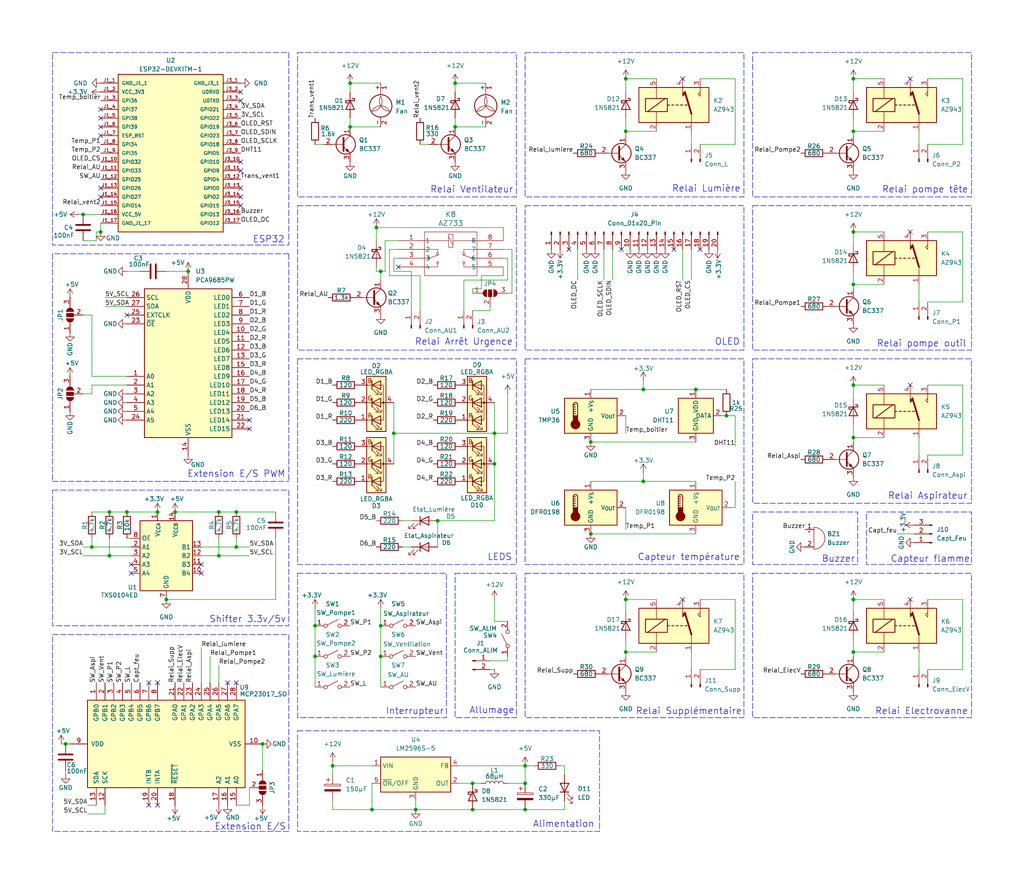
<source format=kicad_sch>
(kicad_sch (version 20250114) (generator "eeschema") (generator_version "9.0")
  (paper "User" 297.18 256.54)
  (title_block (title "Schéma éléctronique IHM CNC") (date "2025-03-28") (company "Les Aliments ROMA") (comment 1 "Matthieu Komisarek") (comment 2 "https://github.com/Mattkomi/IHM_CNC"))
  (lib_symbols
    (symbol "2025-03-28_11-38-03:AZ733-2CE-12DE" (pin_names (offset 0.254))
      (property "Reference" "K" (at 15.24 7.62 0))
      (property "Value" "AZ733-2CE-12DE" (at 15.24 5.08 0))
      (symbol "AZ733-2CE-12DE_0_1"
        (pin unspecified line (at 0 0 0) (length 7.62) (name "1") (number "1"))
        (pin unspecified line (at 0 -2.54 0) (length 7.62) (name "2") (number "2"))
        (pin unspecified line (at 0 -5.08 0) (length 7.62) (name "3") (number "3"))
        (pin unspecified line (at 0 -7.62 0) (length 7.62) (name "4") (number "4"))
        (pin unspecified line (at 30.48 0 180) (length 7.62) (name "8") (number "8"))
        (pin unspecified line (at 30.48 -2.54 180) (length 7.62) (name "7") (number "7"))
        (pin unspecified line (at 30.48 -5.08 180) (length 7.62) (name "6") (number "6"))
        (pin unspecified line (at 30.48 -7.62 180) (length 7.62) (name "5") (number "5"))
      )
    )
    (symbol "Connector:Conn_01x02_Pin" (pin_names (offset 1.016) (hide yes))
      (property "Reference" "J" (at 0 2.54 0))
      (property "Value" "Conn_01x02_Pin" (at 0 -5.08 0))
      (symbol "Conn_01x02_Pin_1_1"
        (pin passive line (at 5.08 0 180) (length 3.81) (name "Pin_1") (number "1"))
        (pin passive line (at 5.08 -2.54 180) (length 3.81) (name "Pin_2") (number "2"))
      )
    )
    (symbol "Connector:Conn_01x03_Pin" (pin_names (offset 1.016) (hide yes))
      (property "Reference" "J" (at 0 5.08 0))
      (property "Value" "Conn_01x03_Pin" (at 0 -5.08 0))
      (symbol "Conn_01x03_Pin_1_1"
        (pin passive line (at 5.08 2.54 180) (length 3.81) (name "Pin_1") (number "1"))
        (pin passive line (at 5.08 0 180) (length 3.81) (name "Pin_2") (number "2"))
        (pin passive line (at 5.08 -2.54 180) (length 3.81) (name "Pin_3") (number "3"))
      )
    )
    (symbol "Connector:Conn_01x20_Pin" (pin_names (offset 1.016) (hide yes))
      (property "Reference" "J" (at 0 25.4 0))
      (property "Value" "Conn_01x20_Pin" (at 0 -27.94 0))
      (symbol "Conn_01x20_Pin_1_1"
        (pin passive line (at 5.08 22.86 180) (length 3.81) (name "Pin_1") (number "1"))
        (pin passive line (at 5.08 20.32 180) (length 3.81) (name "Pin_2") (number "2"))
        (pin passive line (at 5.08 17.78 180) (length 3.81) (name "Pin_3") (number "3"))
        (pin passive line (at 5.08 15.24 180) (length 3.81) (name "Pin_4") (number "4"))
        (pin passive line (at 5.08 12.7 180) (length 3.81) (name "Pin_5") (number "5"))
        (pin passive line (at 5.08 10.16 180) (length 3.81) (name "Pin_6") (number "6"))
        (pin passive line (at 5.08 7.62 180) (length 3.81) (name "Pin_7") (number "7"))
        (pin passive line (at 5.08 5.08 180) (length 3.81) (name "Pin_8") (number "8"))
        (pin passive line (at 5.08 2.54 180) (length 3.81) (name "Pin_9") (number "9"))
        (pin passive line (at 5.08 0 180) (length 3.81) (name "Pin_10") (number "10"))
        (pin passive line (at 5.08 -2.54 180) (length 3.81) (name "Pin_11") (number "11"))
        (pin passive line (at 5.08 -5.08 180) (length 3.81) (name "Pin_12") (number "12"))
        (pin passive line (at 5.08 -7.62 180) (length 3.81) (name "Pin_13") (number "13"))
        (pin passive line (at 5.08 -10.16 180) (length 3.81) (name "Pin_14") (number "14"))
        (pin passive line (at 5.08 -12.7 180) (length 3.81) (name "Pin_15") (number "15"))
        (pin passive line (at 5.08 -15.24 180) (length 3.81) (name "Pin_16") (number "16"))
        (pin passive line (at 5.08 -17.78 180) (length 3.81) (name "Pin_17") (number "17"))
        (pin passive line (at 5.08 -20.32 180) (length 3.81) (name "Pin_18") (number "18"))
        (pin passive line (at 5.08 -22.86 180) (length 3.81) (name "Pin_19") (number "19"))
        (pin passive line (at 5.08 -25.4 180) (length 3.81) (name "Pin_20") (number "20"))
      )
    )
    (symbol "Device:Buzzer" (pin_names (offset 0.0254) (hide yes))
      (property "Reference" "BZ" (at 3.81 1.27 0))
      (property "Value" "Buzzer" (at 3.81 -1.27 0))
      (symbol "Buzzer_1_1"
        (pin passive line (at -2.54 2.54 0) (length 2.54) (name "+") (number "1"))
        (pin passive line (at -2.54 -2.54 0) (length 2.54) (name "-") (number "2"))
      )
    )
    (symbol "Device:C" (pin_numbers (hide yes)) (pin_names (offset 0.254))
      (property "Reference" "C" (at 0.635 2.54 0))
      (property "Value" "C" (at 0.635 -2.54 0))
      (symbol "C_1_1"
        (pin passive line (at 0 3.81 270) (length 2.794) (name "~") (number "1"))
        (pin passive line (at 0 -3.81 90) (length 2.794) (name "~") (number "2"))
      )
    )
    (symbol "Device:C_Polarized" (pin_numbers (hide yes)) (pin_names (offset 0.254))
      (property "Reference" "C" (at 0.635 2.54 0))
      (property "Value" "C_Polarized" (at 0.635 -2.54 0))
      (symbol "C_Polarized_1_1"
        (pin passive line (at 0 3.81 270) (length 2.794) (name "~") (number "1"))
        (pin passive line (at 0 -3.81 90) (length 2.794) (name "~") (number "2"))
      )
    )
    (symbol "Device:L" (pin_numbers (hide yes)) (pin_names (offset 1.016) (hide yes))
      (property "Reference" "L" (at -1.27 0 90))
      (property "Value" "L" (at 1.905 0 90))
      (symbol "L_1_1"
        (pin passive line (at 0 3.81 270) (length 1.27) (name "1") (number "1"))
        (pin passive line (at 0 -3.81 90) (length 1.27) (name "2") (number "2"))
      )
    )
    (symbol "Device:LED" (pin_numbers (hide yes)) (pin_names (offset 1.016) (hide yes))
      (property "Reference" "D" (at 0 2.54 0))
      (property "Value" "LED" (at 0 -2.54 0))
      (symbol "LED_1_1"
        (pin passive line (at -3.81 0 0) (length 2.54) (name "K") (number "1"))
        (pin passive line (at 3.81 0 180) (length 2.54) (name "A") (number "2"))
      )
    )
    (symbol "Device:LED_RGBA" (pin_names (offset 0) (hide yes))
      (property "Reference" "D" (at 0 9.398 0))
      (property "Value" "LED_RGBA" (at 0 -8.89 0))
      (symbol "LED_RGBA_0_0"
        (text "R" (at -1.905 3.81 0) (effects (font (size 1.27 1.27))))
        (text "G" (at -1.905 -1.27 0) (effects (font (size 1.27 1.27))))
        (text "B" (at -1.905 -6.35 0) (effects (font (size 1.27 1.27))))
      )
      (symbol "LED_RGBA_1_1"
        (pin passive line (at -5.08 5.08 0) (length 2.54) (name "RK") (number "1"))
        (pin passive line (at -5.08 0 0) (length 2.54) (name "GK") (number "2"))
        (pin passive line (at -5.08 -5.08 0) (length 2.54) (name "BK") (number "3"))
        (pin passive line (at 5.08 0 180) (length 2.54) (name "A") (number "4"))
      )
    )
    (symbol "Device:R" (pin_numbers (hide yes)) (pin_names (offset 0))
      (property "Reference" "R" (at 2.032 0 90))
      (property "Value" "R" (at 0 0 90))
      (symbol "R_1_1"
        (pin passive line (at 0 3.81 270) (length 1.27) (name "~") (number "1"))
        (pin passive line (at 0 -3.81 90) (length 1.27) (name "~") (number "2"))
      )
    )
    (symbol "Diode:1N5821" (pin_numbers (hide yes)) (pin_names (offset 1.016) (hide yes))
      (property "Reference" "D" (at 0 2.54 0))
      (property "Value" "1N5821" (at 0 -2.54 0))
      (symbol "1N5821_1_1"
        (pin passive line (at -3.81 0 0) (length 2.54) (name "K") (number "1"))
        (pin passive line (at 3.81 0 180) (length 2.54) (name "A") (number "2"))
      )
    )
    (symbol "Driver_LED:PCA9685PW"
      (property "Reference" "U" (at -12.7 22.225 0))
      (property "Value" "PCA9685PW" (at 1.27 22.225 0))
      (symbol "PCA9685PW_1_1"
        (pin input line (at -17.78 17.78 0) (length 5.08) (name "SCL") (number "26"))
        (pin bidirectional line (at -17.78 15.24 0) (length 5.08) (name "SDA") (number "27"))
        (pin input line (at -17.78 12.7 0) (length 5.08) (name "EXTCLK") (number "25"))
        (pin input line (at -17.78 10.16 0) (length 5.08) (name "~{OE}") (number "23"))
        (pin input line (at -17.78 -5.08 0) (length 5.08) (name "A0") (number "1"))
        (pin input line (at -17.78 -7.62 0) (length 5.08) (name "A1") (number "2"))
        (pin input line (at -17.78 -10.16 0) (length 5.08) (name "A2") (number "3"))
        (pin input line (at -17.78 -12.7 0) (length 5.08) (name "A3") (number "4"))
        (pin input line (at -17.78 -15.24 0) (length 5.08) (name "A4") (number "5"))
        (pin input line (at -17.78 -17.78 0) (length 5.08) (name "A5") (number "24"))
        (pin power_in line (at 0 25.4 270) (length 5.08) (name "VDD") (number "28"))
        (pin power_in line (at 0 -27.94 90) (length 5.08) (name "VSS") (number "14"))
        (pin output line (at 17.78 17.78 180) (length 5.08) (name "LED0") (number "6"))
        (pin output line (at 17.78 15.24 180) (length 5.08) (name "LED1") (number "7"))
        (pin output line (at 17.78 12.7 180) (length 5.08) (name "LED2") (number "8"))
        (pin output line (at 17.78 10.16 180) (length 5.08) (name "LED3") (number "9"))
        (pin output line (at 17.78 7.62 180) (length 5.08) (name "LED4") (number "10"))
        (pin output line (at 17.78 5.08 180) (length 5.08) (name "LED5") (number "11"))
        (pin output line (at 17.78 2.54 180) (length 5.08) (name "LED6") (number "12"))
        (pin output line (at 17.78 0 180) (length 5.08) (name "LED7") (number "13"))
        (pin output line (at 17.78 -2.54 180) (length 5.08) (name "LED8") (number "15"))
        (pin output line (at 17.78 -5.08 180) (length 5.08) (name "LED9") (number "16"))
        (pin output line (at 17.78 -7.62 180) (length 5.08) (name "LED10") (number "17"))
        (pin output line (at 17.78 -10.16 180) (length 5.08) (name "LED11") (number "18"))
        (pin output line (at 17.78 -12.7 180) (length 5.08) (name "LED12") (number "19"))
        (pin output line (at 17.78 -15.24 180) (length 5.08) (name "LED13") (number "20"))
        (pin output line (at 17.78 -17.78 180) (length 5.08) (name "LED14") (number "21"))
        (pin output line (at 17.78 -20.32 180) (length 5.08) (name "LED15") (number "22"))
      )
    )
    (symbol "ESP32-DEVKITM-1:ESP32-DEVKITM-1" (pin_names (offset 1.016))
      (property "Reference" "U" (at -15.24 23.622 0))
      (property "Value" "ESP32-DEVKITM-1" (at -15.24 -25.4 0))
      (symbol "ESP32-DEVKITM-1_0_0"
        (pin power_in line (at -20.32 20.32 0) (length 5.08) (name "GND_J1_1") (number "J1_1"))
        (pin power_in line (at -20.32 17.78 0) (length 5.08) (name "VCC_3V3") (number "J1_2"))
        (pin bidirectional line (at -20.32 15.24 0) (length 5.08) (name "GPI36") (number "J1_3"))
        (pin bidirectional line (at -20.32 12.7 0) (length 5.08) (name "GPI37") (number "J1_4"))
        (pin bidirectional line (at -20.32 10.16 0) (length 5.08) (name "GPI38") (number "J1_5"))
        (pin bidirectional line (at -20.32 7.62 0) (length 5.08) (name "GPI39") (number "J1_6"))
        (pin input line (at -20.32 5.08 0) (length 5.08) (name "ESP_RST") (number "J1_7"))
        (pin bidirectional line (at -20.32 2.54 0) (length 5.08) (name "GPI34") (number "J1_8"))
        (pin bidirectional line (at -20.32 0 0) (length 5.08) (name "GPI35") (number "J1_9"))
        (pin bidirectional line (at -20.32 -2.54 0) (length 5.08) (name "GPIO32") (number "J1_10"))
        (pin bidirectional line (at -20.32 -5.08 0) (length 5.08) (name "GPIO33") (number "J1_11"))
        (pin bidirectional line (at -20.32 -7.62 0) (length 5.08) (name "GPIO25") (number "J1_12"))
        (pin bidirectional line (at -20.32 -10.16 0) (length 5.08) (name "GPIO26") (number "J1_13"))
        (pin bidirectional line (at -20.32 -12.7 0) (length 5.08) (name "GPIO27") (number "J1_14"))
        (pin bidirectional line (at -20.32 -15.24 0) (length 5.08) (name "GPIO14") (number "J1_15"))
        (pin power_in line (at -20.32 -17.78 0) (length 5.08) (name "VCC_5V") (number "J1_16"))
        (pin power_in line (at -20.32 -20.32 0) (length 5.08) (name "GND_J1_17") (number "J1_17"))
        (pin power_in line (at 20.32 20.32 180) (length 5.08) (name "GND_J3_1") (number "J3_1"))
        (pin bidirectional line (at 20.32 17.78 180) (length 5.08) (name "U0RXD") (number "J3_2"))
        (pin bidirectional line (at 20.32 15.24 180) (length 5.08) (name "U0TXD") (number "J3_3"))
        (pin bidirectional line (at 20.32 12.7 180) (length 5.08) (name "GPIO21") (number "J3_4"))
        (pin bidirectional line (at 20.32 10.16 180) (length 5.08) (name "GPIO22") (number "J3_5"))
        (pin bidirectional line (at 20.32 7.62 180) (length 5.08) (name "GPIO19") (number "J3_6"))
        (pin bidirectional line (at 20.32 5.08 180) (length 5.08) (name "GPIO23") (number "J3_7"))
        (pin bidirectional line (at 20.32 2.54 180) (length 5.08) (name "GPIO18") (number "J3_8"))
        (pin bidirectional line (at 20.32 0 180) (length 5.08) (name "GPIO5") (number "J3_9"))
        (pin bidirectional line (at 20.32 -2.54 180) (length 5.08) (name "GPIO10") (number "J3_10"))
        (pin bidirectional line (at 20.32 -5.08 180) (length 5.08) (name "GPIO9") (number "J3_11"))
        (pin bidirectional line (at 20.32 -7.62 180) (length 5.08) (name "GPIO4") (number "J3_12"))
        (pin bidirectional line (at 20.32 -10.16 180) (length 5.08) (name "GPIO0") (number "J3_13"))
        (pin bidirectional line (at 20.32 -12.7 180) (length 5.08) (name "GPIO2") (number "J3_14"))
        (pin bidirectional line (at 20.32 -15.24 180) (length 5.08) (name "GPIO15") (number "J3_15"))
        (pin bidirectional line (at 20.32 -17.78 180) (length 5.08) (name "GPIO13") (number "J3_16"))
        (pin bidirectional line (at 20.32 -20.32 180) (length 5.08) (name "GPIO12") (number "J3_17"))
      )
    )
    (symbol "Interface_Expansion:MCP23017_SO" (pin_names (offset 1.016))
      (property "Reference" "U" (at -11.43 24.13 0))
      (property "Value" "MCP23017_SO" (at 0 0 0))
      (symbol "MCP23017_SO_1_1"
        (pin bidirectional line (at -17.78 20.32 0) (length 5.08) (name "SDA") (number "13"))
        (pin input line (at -17.78 17.78 0) (length 5.08) (name "SCK") (number "12"))
        (pin tri_state line (at -17.78 5.08 0) (length 5.08) (name "INTB") (number "19"))
        (pin tri_state line (at -17.78 2.54 0) (length 5.08) (name "INTA") (number "20"))
        (pin input line (at -17.78 -2.54 0) (length 5.08) (name "~{RESET}") (number "18"))
        (pin input line (at -17.78 -15.24 0) (length 5.08) (name "A2") (number "17"))
        (pin input line (at -17.78 -17.78 0) (length 5.08) (name "A1") (number "16"))
        (pin input line (at -17.78 -20.32 0) (length 5.08) (name "A0") (number "15"))
        (pin no_connect line (at -12.7 15.24 0) (length 5.08) (hide yes) (name "NC") (number "11"))
        (pin no_connect line (at -12.7 12.7 0) (length 5.08) (hide yes) (name "NC") (number "14"))
        (pin power_in line (at 0 27.94 270) (length 5.08) (name "VDD") (number "9"))
        (pin power_in line (at 0 -27.94 90) (length 5.08) (name "VSS") (number "10"))
        (pin bidirectional line (at 17.78 20.32 180) (length 5.08) (name "GPB0") (number "1"))
        (pin bidirectional line (at 17.78 17.78 180) (length 5.08) (name "GPB1") (number "2"))
        (pin bidirectional line (at 17.78 15.24 180) (length 5.08) (name "GPB2") (number "3"))
        (pin bidirectional line (at 17.78 12.7 180) (length 5.08) (name "GPB3") (number "4"))
        (pin bidirectional line (at 17.78 10.16 180) (length 5.08) (name "GPB4") (number "5"))
        (pin bidirectional line (at 17.78 7.62 180) (length 5.08) (name "GPB5") (number "6"))
        (pin bidirectional line (at 17.78 5.08 180) (length 5.08) (name "GPB6") (number "7"))
        (pin output line (at 17.78 2.54 180) (length 5.08) (name "GPB7") (number "8"))
        (pin bidirectional line (at 17.78 -2.54 180) (length 5.08) (name "GPA0") (number "21"))
        (pin bidirectional line (at 17.78 -5.08 180) (length 5.08) (name "GPA1") (number "22"))
        (pin bidirectional line (at 17.78 -7.62 180) (length 5.08) (name "GPA2") (number "23"))
        (pin bidirectional line (at 17.78 -10.16 180) (length 5.08) (name "GPA3") (number "24"))
        (pin bidirectional line (at 17.78 -12.7 180) (length 5.08) (name "GPA4") (number "25"))
        (pin bidirectional line (at 17.78 -15.24 180) (length 5.08) (name "GPA5") (number "26"))
        (pin bidirectional line (at 17.78 -17.78 180) (length 5.08) (name "GPA6") (number "27"))
        (pin output line (at 17.78 -20.32 180) (length 5.08) (name "GPA7") (number "28"))
      )
    )
    (symbol "Jumper:SolderJumper_3_Open" (pin_names (offset 0) (hide yes)) (exclude_from_sim yes) (in_bom no)
      (property "Reference" "JP" (at -2.54 -2.54 0))
      (property "Value" "SolderJumper_3_Open" (at 0 2.794 0))
      (symbol "SolderJumper_3_Open_1_1"
        (pin passive line (at -5.08 0 0) (length 2.54) (name "A") (number "1"))
        (pin passive line (at 0 -3.81 90) (length 2.54) (name "C") (number "2"))
        (pin passive line (at 5.08 0 180) (length 2.54) (name "B") (number "3"))
      )
    )
    (symbol "Logic_LevelTranslator:TXS0104ED"
      (property "Reference" "U" (at -7.62 11.43 0))
      (property "Value" "TXS0104ED" (at 3.81 11.43 0))
      (symbol "TXS0104ED_1_0"
        (pin no_connect line (at -7.62 -7.62 0) (length 2.54) (hide yes) (name "NC") (number "6"))
        (pin no_connect line (at 7.62 -7.62 180) (length 2.54) (hide yes) (name "NC") (number "9"))
      )
      (symbol "TXS0104ED_1_1"
        (pin input line (at -10.16 5.08 0) (length 2.54) (name "OE") (number "8"))
        (pin bidirectional line (at -10.16 2.54 0) (length 2.54) (name "A1") (number "2"))
        (pin bidirectional line (at -10.16 0 0) (length 2.54) (name "A2") (number "3"))
        (pin bidirectional line (at -10.16 -2.54 0) (length 2.54) (name "A3") (number "4"))
        (pin bidirectional line (at -10.16 -5.08 0) (length 2.54) (name "A4") (number "5"))
        (pin power_in line (at -2.54 12.7 270) (length 2.54) (name "V_{CCA}") (number "1"))
        (pin power_in line (at 0 -12.7 90) (length 2.54) (name "GND") (number "7"))
        (pin power_in line (at 2.54 12.7 270) (length 2.54) (name "V_{CCB}") (number "14"))
        (pin bidirectional line (at 10.16 2.54 180) (length 2.54) (name "B1") (number "13"))
        (pin bidirectional line (at 10.16 0 180) (length 2.54) (name "B2") (number "12"))
        (pin bidirectional line (at 10.16 -2.54 180) (length 2.54) (name "B3") (number "11"))
        (pin bidirectional line (at 10.16 -5.08 180) (length 2.54) (name "B4") (number "10"))
      )
    )
    (symbol "Motor:Fan" (pin_names (offset 0))
      (property "Reference" "M" (at 2.54 5.08 0))
      (property "Value" "Fan" (at 2.54 -2.54 0))
      (symbol "Fan_1_1"
        (pin passive line (at 0 7.62 270) (length 2.54) (name "+") (number "1"))
        (pin passive line (at 0 -5.08 90) (length 2.54) (name "-") (number "2"))
      )
    )
    (symbol "Regulator_Switching:LM2596S-5"
      (property "Reference" "U" (at -10.16 6.35 0))
      (property "Value" "LM2596S-5" (at 0 6.35 0))
      (symbol "LM2596S-5_1_1"
        (pin power_in line (at -12.7 2.54 0) (length 2.54) (name "VIN") (number "1"))
        (pin input line (at -12.7 -2.54 0) (length 2.54) (name "~{ON}/OFF") (number "5"))
        (pin power_in line (at 0 -7.62 90) (length 2.54) (name "GND") (number "3"))
        (pin input line (at 12.7 2.54 180) (length 2.54) (name "FB") (number "4"))
        (pin output line (at 12.7 -2.54 180) (length 2.54) (name "OUT") (number "2"))
      )
    )
    (symbol "Relay:SANYOU_SRD_Form_C"
      (property "Reference" "K" (at 11.43 3.81 0))
      (property "Value" "SANYOU_SRD_Form_C" (at 11.43 1.27 0))
      (symbol "SANYOU_SRD_Form_C_1_1"
        (pin passive line (at -5.08 7.62 270) (length 2.54) (name "~") (number "5"))
        (pin passive line (at -5.08 -7.62 90) (length 2.54) (name "~") (number "2"))
        (pin passive line (at 2.54 7.62 270) (length 2.54) (name "~") (number "4"))
        (pin passive line (at 5.08 -7.62 90) (length 2.54) (name "~") (number "1"))
        (pin passive line (at 7.62 7.62 270) (length 2.54) (name "~") (number "3"))
      )
    )
    (symbol "Sensor:DHT11"
      (property "Reference" "U7" (at -6.35 1.2701 0))
      (property "Value" "DHT11" (at -6.35 -1.2699 0))
      (symbol "DHT11_1_1"
        (pin no_connect line (at -5.08 0 0) (length 2.54) (hide yes) (name "NC") (number "3"))
        (pin power_in line (at 0 7.62 270) (length 2.54) (name "VDD") (number "1"))
        (pin power_in line (at 0 -7.62 90) (length 2.54) (name "GND") (number "3"))
        (pin bidirectional line (at 7.62 0 180) (length 2.54) (name "DATA") (number "2"))
      )
    )
    (symbol "Sensor_Temperature:LM35-LP"
      (property "Reference" "U" (at -6.35 6.35 0))
      (property "Value" "LM35-LP" (at 1.27 6.35 0))
      (symbol "LM35-LP_1_1"
        (pin power_in line (at 0 7.62 270) (length 2.54) (name "+V_{S}") (number "1"))
        (pin power_in line (at 0 -7.62 90) (length 2.54) (name "GND") (number "3"))
        (pin output line (at 10.16 0 180) (length 2.54) (name "V_{OUT}") (number "2"))
      )
    )
    (symbol "Switch:SW_SPST" (pin_names (offset 0) (hide yes))
      (property "Reference" "SW" (at 0 3.175 0))
      (property "Value" "SW_SPST" (at 0 -2.54 0))
      (symbol "SW_SPST_1_1"
        (pin passive line (at -5.08 0 0) (length 2.54) (name "A") (number "1"))
        (pin passive line (at 5.08 0 180) (length 2.54) (name "B") (number "2"))
      )
    )
    (symbol "Transistor_BJT:BC337" (pin_names (offset 0) (hide yes))
      (property "Reference" "Q" (at 5.08 1.905 0))
      (property "Value" "BC337" (at 5.08 0 0))
      (symbol "BC337_1_1"
        (pin input line (at -5.08 0 0) (length 2.54) (name "B") (number "2"))
        (pin passive line (at 2.54 5.08 270) (length 2.54) (name "C") (number "1"))
        (pin passive line (at 2.54 -5.08 90) (length 2.54) (name "E") (number "3"))
      )
    )
    (symbol "power:+12V" (power) (pin_numbers (hide yes)) (pin_names (offset 0) (hide yes))
      (property "Value" "+12V" (at 0 3.556 0))
      (symbol "+12V_1_1"
        (pin power_in line (at 0 0 90) (length 0) (name "~") (number "1"))
      )
    )
    (symbol "power:+3.3V" (power) (pin_numbers (hide yes)) (pin_names (offset 0) (hide yes))
      (property "Value" "+3.3V" (at 0 3.556 0))
      (symbol "+3.3V_1_1"
        (pin power_in line (at 0 0 90) (length 0) (name "~") (number "1"))
      )
    )
    (symbol "power:+5V" (power) (pin_numbers (hide yes)) (pin_names (offset 0) (hide yes))
      (property "Value" "+5V" (at 0 3.556 0))
      (symbol "+5V_1_1"
        (pin power_in line (at 0 0 90) (length 0) (name "~") (number "1"))
      )
    )
    (symbol "power:GND" (power) (pin_numbers (hide yes)) (pin_names (offset 0) (hide yes))
      (property "Value" "GND" (at 0 -3.81 0))
      (symbol "GND_1_1"
        (pin power_in line (at 0 0 270) (length 0) (name "~") (number "1"))
      )
    )
  )
  (rectangle (start 15.24 15.24) (end 83.82 71.12) (stroke (width 0) (type dash)))
  (rectangle (start 132.08 166.37) (end 149.86 208.28) (stroke (width 0) (type dash)))
  (rectangle (start 86.36 166.37) (end 129.54 208.28) (stroke (width 0) (type dash)))
  (rectangle (start 86.36 104.14) (end 149.86 163.83) (stroke (width 0) (type dash)))
  (rectangle (start 218.44 104.14) (end 281.94 146.05) (stroke (width 0) (type dash)))
  (rectangle (start 86.36 59.69) (end 149.86 101.6) (stroke (width 0) (type dash)))
  (rectangle (start 152.4 166.37) (end 215.9 208.28) (stroke (width 0) (type dash)))
  (rectangle (start 251.46 148.59) (end 281.94 163.83) (stroke (width 0) (type dash)))
  (rectangle (start 218.44 15.24) (end 281.94 57.15) (stroke (width 0) (type dash)))
  (rectangle (start 218.44 148.59) (end 248.92 163.83) (stroke (width 0) (type dash)))
  (rectangle (start 218.44 59.69) (end 281.94 101.6) (stroke (width 0) (type dash)))
  (rectangle (start 152.4 59.69) (end 215.9 101.6) (stroke (width 0) (type dash)))
  (rectangle (start 152.4 104.14) (end 215.9 163.83) (stroke (width 0) (type dash)))
  (rectangle (start 15.24 142.24) (end 83.82 181.61) (stroke (width 0) (type dash)))
  (rectangle (start 152.4 15.24) (end 215.9 57.15) (stroke (width 0) (type dash)))
  (rectangle (start 15.24 184.15) (end 83.82 241.3) (stroke (width 0) (type dash)))
  (rectangle (start 86.36 212.09) (end 173.99 241.3) (stroke (width 0) (type dash)))
  (rectangle (start 86.36 15.24) (end 149.86 57.15) (stroke (width 0) (type dash)))
  (rectangle (start 218.44 166.37) (end 281.94 208.28) (stroke (width 0) (type dash)))
  (text "Relai Lumière" (at 204.978 54.864 0) (effects (font (size 1.905 1.905))))
  (text "Capteur température" (at 199.898 161.798 0) (effects (font (size 1.905 1.905))))
  (text "Relai Supplémentaire" (at 199.898 206.502 0) (effects (font (size 1.905 1.905))))
  (text "Shifter 3.3v/5v" (at 71.882 179.832 0) (effects (font (size 1.905 1.905))))
  (text "Alimentation" (at 163.576 239.268 0) (effects (font (size 1.905 1.905))))
  (text "Buzzer" (at 243.332 162.306 0) (effects (font (size 1.905 1.905))))
  (text "ESP32" (at 77.978 69.596 0) (effects (font (size 1.905 1.905))))
  (text "Capteur flamme" (at 270.002 162.306 0) (effects (font (size 1.905 1.905))))
  (text "LEDS" (at 145.034 161.798 0) (effects (font (size 1.905 1.905))))
  (text "Relai Ventilateur" (at 136.906 55.118 0) (effects (font (size 1.905 1.905))))
  (text "Relai Electrovanne" (at 267.462 206.502 0) (effects (font (size 1.905 1.905))))
  (text "Relai Arrêt Urgence" (at 134.62 99.314 0) (effects (font (size 1.905 1.905))))
  (text "Extension E/S PWM" (at 68.58 137.668 0) (effects (font (size 1.905 1.905))))
  (text "Relai pompe tête" (at 268.478 55.118 0) (effects (font (size 1.905 1.905))))
  (text "Relai Aspirateur" (at 269.24 144.018 0) (effects (font (size 1.905 1.905))))
  (text "Extension E/S" (at 72.644 240.03 0) (effects (font (size 1.905 1.905))))
  (text "Allumage" (at 142.748 206.248 0) (effects (font (size 1.905 1.905))))
  (text "Relai pompe outil" (at 267.462 99.822 0) (effects (font (size 1.905 1.905))))
  (text "Interrupteur" (at 120.396 206.502 0) (effects (font (size 1.905 1.905))))
  (text "OLED" (at 211.074 99.314 0) (effects (font (size 1.905 1.905))))
  (junction (at 247.65 127))
  (junction (at 247.65 22.86))
  (junction (at 201.93 113.03))
  (junction (at 91.44 181.61))
  (junction (at 152.4 222.25))
  (junction (at 137.16 227.33))
  (junction (at 91.44 190.5))
  (junction (at 96.52 222.25))
  (junction (at 110.49 78.74))
  (junction (at 152.4 234.95))
  (junction (at 68.58 148.59))
  (junction (at 181.61 173.99))
  (junction (at 137.16 234.95))
  (junction (at 63.5 161.29))
  (junction (at 24.13 62.23))
  (junction (at 247.65 82.55))
  (junction (at 114.3 125.73))
  (junction (at 19.05 215.9))
  (junction (at 152.4 227.33))
  (junction (at 247.65 111.76))
  (junction (at 101.6 24.13))
  (junction (at 110.49 190.5))
  (junction (at 127 151.13))
  (junction (at 54.61 78.74))
  (junction (at 110.49 181.61))
  (junction (at 132.08 24.13))
  (junction (at 109.22 66.04))
  (junction (at 186.69 139.7))
  (junction (at 171.45 154.94))
  (junction (at 29.21 67.31))
  (junction (at 50.8 148.59))
  (junction (at 63.5 148.59))
  (junction (at 31.75 148.59))
  (junction (at 31.75 161.29))
  (junction (at 68.58 158.75))
  (junction (at 107.95 234.95))
  (junction (at 143.51 134.62))
  (junction (at 48.26 173.99))
  (junction (at 76.2 215.9))
  (junction (at 181.61 189.23))
  (junction (at 181.61 22.86))
  (junction (at 247.65 67.31))
  (junction (at 26.67 158.75))
  (junction (at 45.72 148.59))
  (junction (at 186.69 113.03))
  (junction (at 247.65 38.1))
  (junction (at 171.45 128.27))
  (junction (at 101.6 36.83))
  (junction (at 181.61 38.1))
  (junction (at 247.65 173.99))
  (junction (at 210.82 120.65))
  (junction (at 247.65 189.23))
  (junction (at 132.08 36.83))
  (junction (at 120.65 234.95))
  (junction (at 143.51 125.73))
  (junction (at 36.83 148.59))
  (no_connect (at 43.18 233.68))
  (no_connect (at 45.72 198.12))
  (no_connect (at 58.42 166.37))
  (no_connect (at 69.85 54.61))
  (no_connect (at 45.72 233.68))
  (no_connect (at 38.1 166.37))
  (no_connect (at 115.57 77.47))
  (no_connect (at 165.1 72.39))
  (no_connect (at 43.18 198.12))
  (no_connect (at 264.16 111.76))
  (no_connect (at 66.04 198.12))
  (no_connect (at 69.85 49.53))
  (no_connect (at 29.21 57.15))
  (no_connect (at 264.16 22.86))
  (no_connect (at 72.39 121.92))
  (no_connect (at 29.21 34.29))
  (no_connect (at 198.12 173.99))
  (no_connect (at 195.58 72.39))
  (no_connect (at 69.85 57.15))
  (no_connect (at 69.85 59.69))
  (no_connect (at 180.34 72.39))
  (no_connect (at 69.85 26.67))
  (no_connect (at 69.85 46.99))
  (no_connect (at 38.1 163.83))
  (no_connect (at 72.39 124.46))
  (no_connect (at 198.12 22.86))
  (no_connect (at 58.42 163.83))
  (no_connect (at 29.21 31.75))
  (no_connect (at 36.83 91.44))
  (no_connect (at 264.16 173.99))
  (no_connect (at 69.85 29.21))
  (no_connect (at 29.21 54.61))
  (no_connect (at 29.21 36.83))
  (no_connect (at 68.58 198.12))
  (no_connect (at 203.2 72.39))
  (no_connect (at 264.16 67.31))
  (no_connect (at 29.21 39.37))
  (wire (pts (xy 19.05 224.79) (xy 19.05 223.52)))
  (wire (pts (xy 101.6 26.67) (xy 101.6 24.13)))
  (wire (pts (xy 139.7 80.01) (xy 139.7 83.82)))
  (wire (pts (xy 200.66 72.39) (xy 200.66 81.28)))
  (wire (pts (xy 247.65 38.1) (xy 247.65 39.37)))
  (wire (pts (xy 247.65 34.29) (xy 247.65 38.1)))
  (wire (pts (xy 146.05 66.04) (xy 146.05 69.85)))
  (wire (pts (xy 247.65 67.31) (xy 256.54 67.31)))
  (wire (pts (xy 24.13 158.75) (xy 26.67 158.75)))
  (wire (pts (xy 137.16 90.17) (xy 142.24 90.17)))
  (wire (pts (xy 110.49 190.5) (xy 110.49 199.39)))
  (wire (pts (xy 120.65 234.95) (xy 120.65 232.41)))
  (wire (pts (xy 26.67 148.59) (xy 31.75 148.59)))
  (wire (pts (xy 30.48 88.9) (xy 36.83 88.9)))
  (wire (pts (xy 26.67 156.21) (xy 26.67 158.75)))
  (wire (pts (xy 17.78 215.9) (xy 19.05 215.9)))
  (polyline (pts (xy 83.82 73.66) (xy 15.24 73.66)) (stroke (width 0) (type dash)))
  (wire (pts (xy 266.7 82.55) (xy 266.7 87.63)))
  (wire (pts (xy 96.52 234.95) (xy 107.95 234.95)))
  (wire (pts (xy 247.65 127) (xy 256.54 127)))
  (wire (pts (xy 247.65 38.1) (xy 256.54 38.1)))
  (wire (pts (xy 269.24 41.91) (xy 279.4 41.91)))
  (wire (pts (xy 279.4 194.31) (xy 279.4 173.99)))
  (wire (pts (xy 110.49 181.61) (xy 110.49 190.5)))
  (wire (pts (xy 96.52 232.41) (xy 96.52 234.95)))
  (wire (pts (xy 133.35 222.25) (xy 152.4 222.25)))
  (wire (pts (xy 247.65 111.76) (xy 256.54 111.76)))
  (wire (pts (xy 279.4 22.86) (xy 269.24 22.86)))
  (wire (pts (xy 147.32 180.34) (xy 143.51 180.34)))
  (wire (pts (xy 142.24 191.77) (xy 147.32 191.77)))
  (wire (pts (xy 30.48 86.36) (xy 36.83 86.36)))
  (wire (pts (xy 63.5 161.29) (xy 72.39 161.29)))
  (wire (pts (xy 116.84 151.13) (xy 119.38 151.13)))
  (wire (pts (xy 101.6 24.13) (xy 110.49 24.13)))
  (wire (pts (xy 133.35 227.33) (xy 137.16 227.33)))
  (wire (pts (xy 27.94 67.31) (xy 29.21 67.31)))
  (wire (pts (xy 121.92 41.91) (xy 124.46 41.91)))
  (wire (pts (xy 119.38 78.74) (xy 114.3 78.74)))
  (wire (pts (xy 120.65 234.95) (xy 137.16 234.95)))
  (wire (pts (xy 146.05 74.93) (xy 147.32 74.93)))
  (wire (pts (xy 109.22 69.85) (xy 109.22 66.04)))
  (wire (pts (xy 68.58 158.75) (xy 58.42 158.75)))
  (wire (pts (xy 181.61 34.29) (xy 181.61 38.1)))
  (wire (pts (xy 213.36 139.7) (xy 213.36 147.32)))
  (wire (pts (xy 163.83 224.79) (xy 163.83 222.25)))
  (wire (pts (xy 163.83 232.41) (xy 163.83 234.95)))
  (wire (pts (xy 177.8 72.39) (xy 177.8 81.28)))
  (wire (pts (xy 279.4 67.31) (xy 269.24 67.31)))
  (wire (pts (xy 48.26 78.74) (xy 54.61 78.74)))
  (wire (pts (xy 181.61 189.23) (xy 190.5 189.23)))
  (wire (pts (xy 26.67 158.75) (xy 38.1 158.75)))
  (wire (pts (xy 36.83 156.21) (xy 38.1 156.21)))
  (wire (pts (xy 114.3 74.93) (xy 115.57 74.93)))
  (wire (pts (xy 24.13 114.3) (xy 26.67 114.3)))
  (wire (pts (xy 107.95 234.95) (xy 120.65 234.95)))
  (wire (pts (xy 147.32 190.5) (xy 147.32 191.77)))
  (wire (pts (xy 147.32 74.93) (xy 147.32 81.28)))
  (wire (pts (xy 91.44 181.61) (xy 91.44 190.5)))
  (wire (pts (xy 91.44 190.5) (xy 91.44 199.39)))
  (wire (pts (xy 132.08 26.67) (xy 132.08 24.13)))
  (wire (pts (xy 213.36 41.91) (xy 213.36 22.86)))
  (wire (pts (xy 121.92 90.17) (xy 121.92 80.01)))
  (wire (pts (xy 247.65 177.8) (xy 247.65 173.99)))
  (wire (pts (xy 114.3 125.73) (xy 114.3 134.62)))
  (wire (pts (xy 76.2 215.9) (xy 76.2 223.52)))
  (wire (pts (xy 24.13 69.85) (xy 27.94 69.85)))
  (wire (pts (xy 80.01 156.21) (xy 80.01 173.99)))
  (wire (pts (xy 186.69 137.16) (xy 186.69 139.7)))
  (wire (pts (xy 19.05 215.9) (xy 20.32 215.9)))
  (wire (pts (xy 116.84 158.75) (xy 119.38 158.75)))
  (wire (pts (xy 171.45 113.03) (xy 186.69 113.03)))
  (wire (pts (xy 171.45 154.94) (xy 201.93 154.94)))
  (wire (pts (xy 203.2 194.31) (xy 213.36 194.31)))
  (wire (pts (xy 266.7 38.1) (xy 266.7 41.91)))
  (wire (pts (xy 24.13 62.23) (xy 29.21 62.23)))
  (wire (pts (xy 142.24 90.17) (xy 142.24 88.9)))
  (wire (pts (xy 30.48 236.22) (xy 30.48 233.68)))
  (wire (pts (xy 22.86 62.23) (xy 24.13 62.23)))
  (wire (pts (xy 31.75 156.21) (xy 31.75 161.29)))
  (wire (pts (xy 247.65 22.86) (xy 256.54 22.86)))
  (wire (pts (xy 279.4 132.08) (xy 279.4 111.76)))
  (wire (pts (xy 266.7 127) (xy 266.7 132.08)))
  (wire (pts (xy 96.52 222.25) (xy 96.52 224.79)))
  (polyline (pts (xy 15.24 73.66) (xy 15.24 139.7)) (stroke (width 0) (type dash)))
  (wire (pts (xy 26.67 114.3) (xy 26.67 111.76)))
  (wire (pts (xy 186.69 113.03) (xy 201.93 113.03)))
  (wire (pts (xy 148.59 72.39) (xy 146.05 72.39)))
  (wire (pts (xy 247.65 82.55) (xy 247.65 83.82)))
  (wire (pts (xy 213.36 129.54) (xy 213.36 120.65)))
  (wire (pts (xy 114.3 78.74) (xy 114.3 74.93)))
  (wire (pts (xy 96.52 222.25) (xy 107.95 222.25)))
  (wire (pts (xy 109.22 66.04) (xy 146.05 66.04)))
  (wire (pts (xy 143.51 180.34) (xy 143.51 173.99)))
  (wire (pts (xy 36.83 148.59) (xy 45.72 148.59)))
  (wire (pts (xy 101.6 34.29) (xy 101.6 36.83)))
  (wire (pts (xy 137.16 234.95) (xy 152.4 234.95)))
  (wire (pts (xy 134.62 81.28) (xy 134.62 90.17)))
  (wire (pts (xy 63.5 156.21) (xy 63.5 161.29)))
  (wire (pts (xy 68.58 156.21) (xy 68.58 158.75)))
  (wire (pts (xy 181.61 189.23) (xy 181.61 190.5)))
  (wire (pts (xy 198.12 81.28) (xy 198.12 72.39)))
  (wire (pts (xy 247.65 82.55) (xy 256.54 82.55)))
  (wire (pts (xy 152.4 222.25) (xy 152.4 227.33)))
  (wire (pts (xy 114.3 125.73) (xy 143.51 125.73)))
  (wire (pts (xy 201.93 113.03) (xy 210.82 113.03)))
  (wire (pts (xy 247.65 127) (xy 247.65 128.27)))
  (wire (pts (xy 146.05 77.47) (xy 146.05 80.01)))
  (wire (pts (xy 119.38 90.17) (xy 119.38 78.74)))
  (wire (pts (xy 213.36 147.32) (xy 212.09 147.32)))
  (wire (pts (xy 266.7 189.23) (xy 266.7 194.31)))
  (wire (pts (xy 72.39 228.6) (xy 72.39 233.68)))
  (wire (pts (xy 247.65 71.12) (xy 247.65 67.31)))
  (wire (pts (xy 132.08 36.83) (xy 140.97 36.83)))
  (wire (pts (xy 68.58 148.59) (xy 80.01 148.59)))
  (wire (pts (xy 113.03 72.39) (xy 115.57 72.39)))
  (wire (pts (xy 148.59 85.09) (xy 148.59 72.39)))
  (wire (pts (xy 181.61 38.1) (xy 181.61 39.37)))
  (wire (pts (xy 279.4 111.76) (xy 269.24 111.76)))
  (wire (pts (xy 213.36 173.99) (xy 203.2 173.99)))
  (wire (pts (xy 186.69 110.49) (xy 186.69 113.03)))
  (wire (pts (xy 279.4 87.63) (xy 279.4 67.31)))
  (wire (pts (xy 181.61 26.67) (xy 181.61 22.86)))
  (wire (pts (xy 139.7 83.82) (xy 137.16 83.82)))
  (wire (pts (xy 181.61 38.1) (xy 190.5 38.1)))
  (wire (pts (xy 269.24 194.31) (xy 279.4 194.31)))
  (wire (pts (xy 210.82 120.65) (xy 209.55 120.65)))
  (wire (pts (xy 181.61 177.8) (xy 181.61 173.99)))
  (wire (pts (xy 121.92 80.01) (xy 113.03 80.01)))
  (wire (pts (xy 50.8 148.59) (xy 63.5 148.59)))
  (wire (pts (xy 200.66 38.1) (xy 200.66 41.91)))
  (wire (pts (xy 132.08 24.13) (xy 140.97 24.13)))
  (wire (pts (xy 115.57 69.85) (xy 111.76 69.85)))
  (wire (pts (xy 58.42 187.96) (xy 58.42 198.12)))
  (wire (pts (xy 63.5 193.04) (xy 63.5 198.12)))
  (wire (pts (xy 147.32 125.73) (xy 143.51 125.73)))
  (wire (pts (xy 91.44 41.91) (xy 93.98 41.91)))
  (wire (pts (xy 63.5 148.59) (xy 68.58 148.59)))
  (wire (pts (xy 147.32 85.09) (xy 148.59 85.09)))
  (wire (pts (xy 247.65 185.42) (xy 247.65 189.23)))
  (wire (pts (xy 60.96 190.5) (xy 60.96 198.12)))
  (wire (pts (xy 101.6 36.83) (xy 110.49 36.83)))
  (wire (pts (xy 29.21 67.31) (xy 29.21 64.77)))
  (wire (pts (xy 181.61 147.32) (xy 181.61 153.67)))
  (wire (pts (xy 25.4 233.68) (xy 27.94 233.68)))
  (wire (pts (xy 26.67 109.22) (xy 26.67 91.44)))
  (wire (pts (xy 68.58 158.75) (xy 72.39 158.75)))
  (wire (pts (xy 146.05 80.01) (xy 139.7 80.01)))
  (wire (pts (xy 147.32 114.3) (xy 147.32 125.73)))
  (wire (pts (xy 80.01 173.99) (xy 48.26 173.99)))
  (wire (pts (xy 111.76 69.85) (xy 111.76 78.74)))
  (wire (pts (xy 247.65 78.74) (xy 247.65 82.55)))
  (wire (pts (xy 269.24 87.63) (xy 279.4 87.63)))
  (polyline (pts (xy 83.82 139.7) (xy 83.82 139.7)) (stroke (width 0) (type dash)))
  (wire (pts (xy 247.65 189.23) (xy 247.65 190.5)))
  (wire (pts (xy 31.75 161.29) (xy 38.1 161.29)))
  (wire (pts (xy 24.13 161.29) (xy 31.75 161.29)))
  (wire (pts (xy 181.61 120.65) (xy 181.61 125.73)))
  (wire (pts (xy 127 158.75) (xy 127 151.13)))
  (wire (pts (xy 167.64 81.28) (xy 167.64 72.39)))
  (wire (pts (xy 269.24 132.08) (xy 279.4 132.08)))
  (wire (pts (xy 110.49 78.74) (xy 110.49 81.28)))
  (wire (pts (xy 111.76 78.74) (xy 110.49 78.74)))
  (wire (pts (xy 132.08 34.29) (xy 132.08 36.83)))
  (wire (pts (xy 25.4 236.22) (xy 30.48 236.22)))
  (wire (pts (xy 181.61 173.99) (xy 190.5 173.99)))
  (wire (pts (xy 147.32 81.28) (xy 134.62 81.28)))
  (wire (pts (xy 247.65 115.57) (xy 247.65 111.76)))
  (wire (pts (xy 163.83 234.95) (xy 152.4 234.95)))
  (wire (pts (xy 139.7 227.33) (xy 137.16 227.33)))
  (wire (pts (xy 181.61 22.86) (xy 190.5 22.86)))
  (polyline (pts (xy 53.34 139.7) (xy 83.82 139.7)) (stroke (width 0) (type dash)))
  (polyline (pts (xy 83.82 73.66) (xy 83.82 139.7)) (stroke (width 0) (type dash)))
  (wire (pts (xy 163.83 222.25) (xy 162.56 222.25)))
  (wire (pts (xy 68.58 233.68) (xy 72.39 233.68)))
  (wire (pts (xy 186.69 139.7) (xy 201.93 139.7)))
  (wire (pts (xy 114.3 116.84) (xy 114.3 125.73)))
  (wire (pts (xy 279.4 173.99) (xy 269.24 173.99)))
  (wire (pts (xy 110.49 176.53) (xy 110.49 181.61)))
  (wire (pts (xy 26.67 111.76) (xy 36.83 111.76)))
  (wire (pts (xy 109.22 77.47) (xy 109.22 78.74)))
  (wire (pts (xy 113.03 80.01) (xy 113.03 72.39)))
  (wire (pts (xy 109.22 78.74) (xy 110.49 78.74)))
  (wire (pts (xy 143.51 194.31) (xy 142.24 194.31)))
  (wire (pts (xy 26.67 91.44) (xy 24.13 91.44)))
  (wire (pts (xy 143.51 151.13) (xy 143.51 134.62)))
  (wire (pts (xy 175.26 81.28) (xy 175.26 72.39)))
  (wire (pts (xy 171.45 139.7) (xy 186.69 139.7)))
  (wire (pts (xy 171.45 128.27) (xy 201.93 128.27)))
  (wire (pts (xy 152.4 222.25) (xy 154.94 222.25)))
  (wire (pts (xy 143.51 125.73) (xy 143.51 134.62)))
  (wire (pts (xy 127 151.13) (xy 143.51 151.13)))
  (wire (pts (xy 260.35 154.94) (xy 265.43 154.94)))
  (wire (pts (xy 107.95 227.33) (xy 107.95 234.95)))
  (wire (pts (xy 213.36 120.65) (xy 210.82 120.65)))
  (wire (pts (xy 200.66 189.23) (xy 200.66 194.31)))
  (wire (pts (xy 137.16 83.82) (xy 137.16 85.09)))
  (polyline (pts (xy 15.24 139.7) (xy 53.34 139.7)) (stroke (width 0) (type dash)))
  (wire (pts (xy 181.61 185.42) (xy 181.61 189.23)))
  (wire (pts (xy 143.51 116.84) (xy 143.51 125.73)))
  (wire (pts (xy 213.36 194.31) (xy 213.36 173.99)))
  (wire (pts (xy 247.65 26.67) (xy 247.65 22.86)))
  (wire (pts (xy 247.65 123.19) (xy 247.65 127)))
  (wire (pts (xy 247.65 173.99) (xy 256.54 173.99)))
  (wire (pts (xy 27.94 69.85) (xy 27.94 67.31)))
  (wire (pts (xy 203.2 41.91) (xy 213.36 41.91)))
  (wire (pts (xy 213.36 22.86) (xy 203.2 22.86)))
  (wire (pts (xy 36.83 78.74) (xy 40.64 78.74)))
  (wire (pts (xy 96.52 220.98) (xy 96.52 222.25)))
  (wire (pts (xy 36.83 109.22) (xy 26.67 109.22)))
  (wire (pts (xy 63.5 161.29) (xy 58.42 161.29)))
  (wire (pts (xy 31.75 148.59) (xy 36.83 148.59)))
  (wire (pts (xy 279.4 41.91) (xy 279.4 22.86)))
  (wire (pts (xy 247.65 189.23) (xy 256.54 189.23)))
  (wire (pts (xy 147.32 227.33) (xy 152.4 227.33)))
  (wire (pts (xy 91.44 176.53) (xy 91.44 181.61)))
  (label "D2_G" (at 72.39 96.52 0))
  (label "Relai_vent2" (at 29.21 59.69 180))
  (label "Relai_Supp" (at 50.8 198.12 90))
  (label "SW_P2" (at 35.56 198.12 90))
  (label "5V_SDA" (at 25.4 233.68 180))
  (label "3V_SCL" (at 24.13 161.29 180))
  (label "3V_SCL" (at 69.85 34.29 0))
  (label "D4_G" (at 125.73 134.62 180))
  (label "D6_B" (at 109.22 158.75 180))
  (label "Trans_vent1" (at 91.44 34.29 90))
  (label "D5_B" (at 72.39 116.84 0))
  (label "Temp_boitier" (at 181.61 125.73 0))
  (label "SW_Aspi" (at 120.65 181.61 0))
  (label "SW_P1" (at 101.6 181.61 0))
  (label "D2_B" (at 72.39 93.98 0))
  (label "D1_B" (at 96.52 111.76 180))
  (label "SW_AU" (at 29.21 52.07 180))
  (label "SW_Aspi" (at 27.94 198.12 90))
  (label "Relai_ElecV" (at 53.34 198.12 90))
  (label "5V_SCL" (at 30.48 86.36 0))
  (label "D3_G" (at 96.52 134.62 180))
  (label "DHT11" (at 69.85 44.45 0))
  (label "Buzzer" (at 233.68 153.67 180))
  (label "D2_G" (at 125.73 116.84 180))
  (label "5V_SCL" (at 25.4 236.22 180))
  (label "D2_R" (at 72.39 99.06 0))
  (label "OLED_RST" (at 198.12 81.28 270))
  (label "D1_G" (at 96.52 116.84 180))
  (label "D3_B" (at 96.52 129.54 180))
  (label "SW_AU" (at 120.65 199.39 0))
  (label "D3_G" (at 72.39 104.14 0))
  (label "Relai_Aspi" (at 55.88 198.12 90))
  (label "SW_Vent" (at 30.48 198.12 90))
  (label "D1_B" (at 72.39 86.36 0))
  (label "5V_SDA" (at 72.39 158.75 0))
  (label "Temp_P1" (at 29.21 41.91 180))
  (label "Relai_Pompe2" (at 232.41 44.45 180))
  (label "OLED_DC" (at 167.64 81.28 270))
  (label "SW_L" (at 38.1 198.12 90))
  (label "OLED_CS" (at 29.21 46.99 180))
  (label "D1_R" (at 72.39 91.44 0))
  (label "OLED_RST" (at 69.85 36.83 0))
  (label "Relai_Pompe1" (at 232.41 88.9 180))
  (label "3V_SDA" (at 69.85 31.75 0))
  (label "Capt_feu" (at 260.35 154.94 180))
  (label "Temp_P1" (at 181.61 153.67 0))
  (label "D5_B" (at 109.22 151.13 180))
  (label "D1_R" (at 96.52 121.92 180))
  (label "D3_R" (at 72.39 106.68 0))
  (label "SW_L" (at 101.6 199.39 0))
  (label "Relai_Supp" (at 166.37 195.58 180))
  (label "SW_P1" (at 33.02 198.12 90))
  (label "OLED_SDIN" (at 177.8 81.28 270))
  (label "5V_SCL" (at 72.39 161.29 0))
  (label "D4_B" (at 125.73 129.54 180))
  (label "Temp_P2" (at 213.36 139.7 180))
  (label "DHT11" (at 213.36 129.54 180))
  (label "Relai_ElecV" (at 232.41 195.58 180))
  (label "OLED_SCLK" (at 69.85 41.91 0))
  (label "Relai_Pompe2" (at 63.5 193.04 0))
  (label "D2_R" (at 125.73 121.92 180))
  (label "Buzzer" (at 69.85 62.23 0))
  (label "3V_SDA" (at 24.13 158.75 180))
  (label "D1_G" (at 72.39 88.9 0))
  (label "D3_B" (at 72.39 101.6 0))
  (label "D4_B" (at 72.39 109.22 0))
  (label "Relai_Aspi" (at 232.41 133.35 180))
  (label "Capt_feu" (at 40.64 198.12 90))
  (label "OLED_SDIN" (at 69.85 39.37 0))
  (label "OLED_CS" (at 200.66 81.28 270))
  (label "OLED_SCLK" (at 175.26 81.28 270))
  (label "Relai_lumiere" (at 58.42 187.96 0))
  (label "D4_R" (at 72.39 114.3 0))
  (label "SW_Vent" (at 120.65 190.5 0))
  (label "5V_SDA" (at 30.48 88.9 0))
  (label "Relai_Pompe1" (at 60.96 190.5 0))
  (label "D2_B" (at 125.73 111.76 180))
  (label "Temp_boitier" (at 29.21 29.21 180))
  (label "D6_B" (at 72.39 119.38 0))
  (label "SW_P2" (at 101.6 190.5 0))
  (label "Relai_AU" (at 29.21 49.53 180))
  (label "D4_R" (at 125.73 139.7 180))
  (label "Temp_P2" (at 29.21 44.45 180))
  (label "Relai_AU" (at 95.25 86.36 180))
  (label "OLED_DC" (at 69.85 64.77 0))
  (label "Trans_vent1" (at 69.85 52.07 0))
  (label "D3_R" (at 96.52 139.7 180))
  (label "D4_G" (at 72.39 111.76 0))
  (label "Relai_lumiere" (at 166.37 44.45 180))
  (label "Relai_vent2" (at 121.92 34.29 90))
  (symbol (lib_id "power:GND") (at 36.83 93.98 270) (unit 1)
    (property "Reference" "#PWR011" (effects (hide yes)))
    (property "Value" "GND" (at 32.004 93.98 90))
    (property "Description" "Power symbol creates a global label with name \"GND\" , ground" (effects (hide yes)))
  )
  (symbol (lib_id "Device:R") (at 236.22 133.35 90) (unit 1)
    (property "Reference" "R28" (at 236.22 131.318 90))
    (property "Value" "680" (at 236.22 133.35 90))
    (property "Footprint" "Resistor_SMD:R_1206_3216Metric_Pad1.30x1.75mm_HandSolder" (effects (hide yes)))
    (property "Description" "Resistor" (effects (hide yes)))
  )
  (symbol (lib_id "Device:R") (at 236.22 88.9 90) (unit 1)
    (property "Reference" "R27" (at 236.22 86.868 90))
    (property "Value" "680" (at 236.22 88.9 90))
    (property "Footprint" "Resistor_SMD:R_1206_3216Metric_Pad1.30x1.75mm_HandSolder" (effects (hide yes)))
    (property "Description" "Resistor" (effects (hide yes)))
  )
  (symbol (lib_id "Device:R") (at 158.75 222.25 90) (unit 1)
    (property "Reference" "R23" (at 158.75 220.218 90))
    (property "Value" "330" (at 158.75 222.25 90))
    (property "Footprint" "Resistor_SMD:R_1206_3216Metric_Pad1.30x1.75mm_HandSolder" (effects (hide yes)))
    (property "Description" "Resistor" (effects (hide yes)))
  )
  (symbol (lib_id "Transistor_BJT:BC337") (at 129.54 41.91 0) (unit 1)
    (property "Reference" "Q3" (at 134.62 40.6399 0) (effects (justify left)))
    (property "Value" "BC337" (at 134.62 43.1799 0) (effects (justify left)))
    (property "Footprint" "Package_TO_SOT_THT:TO-92_Inline" (effects (hide yes)))
    (property "Datasheet" "https://diotec.com/tl_files/diotec/files/pdf/datasheets/bc337.pdf" (effects (hide yes)))
    (property "Description" "0.8A Ic, 45V Vce, NPN Transistor, TO-92" (effects (hide yes)))
  )
  (symbol (lib_id "power:+12V") (at 181.61 173.99 0) (unit 1)
    (property "Reference" "#PWR062" (effects (hide yes)))
    (property "Value" "+12V" (at 181.61 168.91 0))
    (property "Description" "Power symbol creates a global label with name \"+12V\"" (effects (hide yes)))
  )
  (symbol (lib_id "power:GND") (at 36.83 116.84 270) (unit 1)
    (property "Reference" "#PWR013" (effects (hide yes)))
    (property "Value" "GND" (at 32.004 116.84 90))
    (property "Description" "Power symbol creates a global label with name \"GND\" , ground" (effects (hide yes)))
  )
  (symbol (lib_id "power:GND") (at 187.96 72.39 0) (unit 1)
    (property "Reference" "#PWR046" (effects (hide yes)))
    (property "Value" "GND" (at 187.96 77.47 90))
    (property "Description" "Power symbol creates a global label with name \"GND\" , ground" (effects (hide yes)))
  )
  (symbol (lib_id "Relay:SANYOU_SRD_Form_C") (at 195.58 30.48 0) (unit 1)
    (property "Reference" "K2" (at 207.01 29.2099 0) (effects (justify left)))
    (property "Value" "AZ943" (at 207.01 31.7499 0) (effects (justify left)))
    (property "Footprint" "Library:AZ943-1CH_AMZ" (effects (hide yes)))
    (property "Datasheet" "http://www.sanyourelay.ca/public/products/pdf/SRD.pdf" (effects (hide yes)))
    (property "Description" "Sanyo SRD relay, Single Pole Miniature Power Relay," (effects (hide yes)))
  )
  (symbol (lib_id "power:GND") (at 120.65 234.95 0) (unit 1)
    (property "Reference" "#PWR029" (effects (hide yes)))
    (property "Value" "GND" (at 120.65 239.014 0))
    (property "Description" "Power symbol creates a global label with name \"GND\" , ground" (effects (hide yes)))
  )
  (symbol (lib_id "power:GND") (at 181.61 200.66 0) (unit 1)
    (property "Reference" "#PWR063" (effects (hide yes)))
    (property "Value" "GND" (at 181.61 205.74 0))
    (property "Description" "Power symbol creates a global label with name \"GND\" , ground" (effects (hide yes)))
  )
  (symbol (lib_id "power:GND") (at 132.08 46.99 0) (unit 1)
    (property "Reference" "#PWR031" (effects (hide yes)))
    (property "Value" "GND" (at 132.08 51.054 0))
    (property "Description" "Power symbol creates a global label with name \"GND\" , ground" (effects (hide yes)))
  )
  (symbol (lib_id "Diode:1N5821") (at 137.16 231.14 270) (unit 1)
    (property "Reference" "D8" (at 139.7 229.5524 90) (effects (justify left)))
    (property "Value" "1N5821" (at 139.7 232.0924 90) (effects (justify left)))
    (property "Footprint" "Library:P2_DO-201" (effects (hide yes)))
    (property "Datasheet" "http://www.vishay.com/docs/88526/1n5820.pdf" (effects (hide yes)))
    (property "Description" "30V 3A Schottky Barrier Rectifier Diode, DO-201AD" (effects (hide yes)))
  )
  (symbol (lib_id "Device:R") (at 31.75 152.4 180) (unit 1)
    (property "Reference" "R2" (at 29.718 152.4 90))
    (property "Value" "4.7k" (at 31.75 152.4 90))
    (property "Footprint" "Resistor_SMD:R_1206_3216Metric_Pad1.30x1.75mm_HandSolder" (effects (hide yes)))
    (property "Description" "Resistor" (effects (hide yes)))
  )
  (symbol (lib_id "Device:R") (at 113.03 151.13 90) (unit 1)
    (property "Reference" "R14" (at 113.03 149.098 90))
    (property "Value" "220" (at 113.03 151.13 90))
    (property "Footprint" "Resistor_SMD:R_1206_3216Metric_Pad1.30x1.75mm_HandSolder" (effects (hide yes)))
    (property "Description" "Resistor" (effects (hide yes)))
  )
  (symbol (lib_id "power:+3.3V") (at 45.72 148.59 0) (unit 1)
    (property "Reference" "#PWR017" (effects (hide yes)))
    (property "Value" "+3.3V" (at 44.704 144.78 0))
    (property "Description" "Power symbol creates a global label with name \"+3.3V\"" (effects (hide yes)))
  )
  (symbol (lib_id "Device:C_Polarized") (at 96.52 228.6 0) (unit 1)
    (property "Reference" "C1" (at 100.33 226.4409 0) (effects (justify left)))
    (property "Value" "150µF" (at 100.33 228.9809 0) (effects (justify left)))
    (property "Footprint" "Capacitor_THT:CP_Radial_D6.3mm_P2.50mm" (effects (hide yes)))
    (property "Description" "Polarized capacitor" (effects (hide yes)))
  )
  (symbol (lib_id "power:GND") (at 181.61 49.53 0) (unit 1)
    (property "Reference" "#PWR041" (effects (hide yes)))
    (property "Value" "GND" (at 181.61 54.61 0))
    (property "Description" "Power symbol creates a global label with name \"GND\" , ground" (effects (hide yes)))
  )
  (symbol (lib_id "Sensor_Temperature:LM35-LP") (at 171.45 120.65 0) (unit 1)
    (property "Reference" "U5" (at 162.56 119.3799 0) (effects (justify right)))
    (property "Value" "TMP36" (at 162.56 121.9199 0) (effects (justify right)))
    (property "Footprint" "Package_TO_SOT_THT:TO-92_Inline" (effects (hide yes)))
    (property "Description" "Precision centigrade temperature sensor, TO-92" (effects (hide yes)))
  )
  (symbol (lib_id "Logic_LevelTranslator:TXS0104ED") (at 48.26 161.29 0) (unit 1)
    (property "Reference" "U1" (at 37.084 170.434 0) (effects (justify left)))
    (property "Value" "TXS0104ED" (at 29.21 172.72 0) (effects (justify left)))
    (property "Footprint" "Package_SO:SOIC-14_3.9x8.7mm_P1.27mm" (effects (hide yes)))
    (property "Datasheet" "www.ti.com/lit/ds/symlink/txs0104e.pdf" (effects (hide yes)))
    (property "Description" "Bidirectional  level-shifting voltage translator, SOIC-14" (effects (hide yes)))
  )
  (symbol (lib_id "Relay:SANYOU_SRD_Form_C") (at 261.62 181.61 0) (unit 1)
    (property "Reference" "K6" (at 273.05 180.3399 0) (effects (justify left)))
    (property "Value" "AZ943" (at 273.05 182.8799 0) (effects (justify left)))
    (property "Footprint" "Library:AZ943-1CH_AMZ" (effects (hide yes)))
    (property "Datasheet" "http://www.sanyourelay.ca/public/products/pdf/SRD.pdf" (effects (hide yes)))
    (property "Description" "Sanyo SRD relay, Single Pole Miniature Power Relay," (effects (hide yes)))
  )
  (symbol (lib_id "Switch:SW_SPST") (at 96.52 181.61 0) (unit 1)
    (property "Reference" "SW1" (at 96.52 175.26 0))
    (property "Value" "SW_Pompe1" (at 97.536 177.8 0))
    (property "Footprint" "Connector_JST:JST_XH_B2B-XH-A_1x02_P2.50mm_Vertical" (effects (hide yes)))
    (property "Description" "Single Pole Single Throw (SPST) switch" (effects (hide yes)))
  )
  (symbol (lib_id "Device:R") (at 129.54 134.62 90) (unit 1)
    (property "Reference" "R21" (at 129.54 132.588 90))
    (property "Value" "120" (at 129.54 134.62 90))
    (property "Footprint" "Resistor_SMD:R_1206_3216Metric_Pad1.30x1.75mm_HandSolder" (effects (hide yes)))
    (property "Description" "Resistor" (effects (hide yes)))
  )
  (symbol (lib_id "Driver_LED:PCA9685PW") (at 54.61 104.14 0) (unit 1)
    (property "Reference" "U3" (at 56.7533 78.74 0) (effects (justify left)))
    (property "Value" "PCA9685PW" (at 56.7533 81.28 0) (effects (justify left)))
    (property "Footprint" "Package_SO:TSSOP-28_4.4x9.7mm_P0.65mm" (effects (hide yes)))
    (property "Datasheet" "http://www.nxp.com/docs/en/data-sheet/PCA9685.pdf" (effects (hide yes)))
    (property "Description" "16-channel 12-bit PWM Fm+ I2C-bus LED controller RGBA TSSOP" (effects (hide yes)))
  )
  (symbol (lib_id "Diode:1N5821") (at 181.61 181.61 270) (unit 1)
    (property "Reference" "D17" (at 176.022 179.832 90) (effects (justify left)))
    (property "Value" "1N5821" (at 172.466 182.372 90) (effects (justify left)))
    (property "Footprint" "Library:P2_DO-201" (effects (hide yes)))
    (property "Datasheet" "http://www.vishay.com/docs/88526/1n5820.pdf" (effects (hide yes)))
    (property "Description" "30V 3A Schottky Barrier Rectifier Diode, DO-201AD" (effects (hide yes)))
  )
  (symbol (lib_id "Relay:SANYOU_SRD_Form_C") (at 261.62 30.48 0) (unit 1)
    (property "Reference" "K3" (at 273.05 29.2099 0) (effects (justify left)))
    (property "Value" "AZ943" (at 273.05 31.7499 0) (effects (justify left)))
    (property "Footprint" "Library:AZ943-1CH_AMZ" (effects (hide yes)))
    (property "Datasheet" "http://www.sanyourelay.ca/public/products/pdf/SRD.pdf" (effects (hide yes)))
    (property "Description" "Sanyo SRD relay, Single Pole Miniature Power Relay," (effects (hide yes)))
  )
  (symbol (lib_id "power:+5V") (at 147.32 114.3 0) (unit 1)
    (property "Reference" "#PWR032" (effects (hide yes)))
    (property "Value" "+5V" (at 147.32 109.22 0))
    (property "Description" "Power symbol creates a global label with name \"+5V\"" (effects (hide yes)))
  )
  (symbol (lib_id "Transistor_BJT:BC337") (at 179.07 44.45 0) (unit 1)
    (property "Reference" "Q4" (at 184.15 43.1799 0) (effects (justify left)))
    (property "Value" "BC337" (at 184.15 45.7199 0) (effects (justify left)))
    (property "Footprint" "Package_TO_SOT_THT:TO-92_Inline" (effects (hide yes)))
    (property "Datasheet" "https://diotec.com/tl_files/diotec/files/pdf/datasheets/bc337.pdf" (effects (hide yes)))
    (property "Description" "0.8A Ic, 45V Vce, NPN Transistor, TO-92" (effects (hide yes)))
  )
  (symbol (lib_id "Device:LED_RGBA") (at 109.22 116.84 0) (mirror x) (unit 1)
    (property "Reference" "D2" (at 109.22 106.172 0))
    (property "Value" "LED_RGBA" (at 109.22 107.95 0))
    (property "Footprint" "Connector_JST:JST_XH_B4B-XH-A_1x04_P2.50mm_Vertical" (effects (hide yes)))
    (property "Description" "RGB LED, red/green/blue/anode" (effects (hide yes)))
  )
  (symbol (lib_id "power:+3.3V") (at 110.49 176.53 0) (unit 1)
    (property "Reference" "#PWR019" (effects (hide yes)))
    (property "Value" "+3.3V" (at 109.474 172.72 0))
    (property "Description" "Power symbol creates a global label with name \"+3.3V\"" (effects (hide yes)))
  )
  (symbol (lib_id "Device:R") (at 100.33 139.7 90) (unit 1)
    (property "Reference" "R13" (at 100.33 137.668 90))
    (property "Value" "220" (at 100.33 139.7 90))
    (property "Footprint" "Resistor_SMD:R_1206_3216Metric_Pad1.30x1.75mm_HandSolder" (effects (hide yes)))
    (property "Description" "Resistor" (effects (hide yes)))
  )
  (symbol (lib_id "power:+12V") (at 247.65 111.76 0) (unit 1)
    (property "Reference" "#PWR056" (effects (hide yes)))
    (property "Value" "+12V" (at 247.65 106.68 0))
    (property "Description" "Power symbol creates a global label with name \"+12V\"" (effects (hide yes)))
  )
  (symbol (lib_id "Connector:Conn_01x02_Pin") (at 134.62 95.25 90) (unit 1)
    (property "Reference" "J3" (at 138.43 93.3449 90) (effects (justify right)))
    (property "Value" "Conn_AU2" (at 138.43 95.8849 90) (effects (justify right)))
    (property "Footprint" "Connector_Molex:Molex_Micro-Fit_3.0_43045-0200_2x01_P3.00mm_Horizontal" (effects (hide yes)))
    (property "Description" "Generic connector, single row, 01x02, script generated" (effects (hide yes)))
  )
  (symbol (lib_id "Device:R") (at 170.18 44.45 90) (unit 1)
    (property "Reference" "R24" (at 170.18 42.418 90))
    (property "Value" "680" (at 170.18 44.45 90))
    (property "Footprint" "Resistor_SMD:R_1206_3216Metric_Pad1.30x1.75mm_HandSolder" (effects (hide yes)))
    (property "Description" "Resistor" (effects (hide yes)))
  )
  (symbol (lib_id "Device:R") (at 68.58 152.4 180) (unit 1)
    (property "Reference" "R5" (at 66.548 152.4 90))
    (property "Value" "4.7k" (at 68.58 152.4 90))
    (property "Footprint" "Resistor_SMD:R_1206_3216Metric_Pad1.30x1.75mm_HandSolder" (effects (hide yes)))
    (property "Description" "Resistor" (effects (hide yes)))
  )
  (symbol (lib_id "Device:R") (at 236.22 44.45 90) (unit 1)
    (property "Reference" "R26" (at 236.22 42.418 90))
    (property "Value" "680" (at 236.22 44.45 90))
    (property "Footprint" "Resistor_SMD:R_1206_3216Metric_Pad1.30x1.75mm_HandSolder" (effects (hide yes)))
    (property "Description" "Resistor" (effects (hide yes)))
  )
  (symbol (lib_id "Relay:SANYOU_SRD_Form_C") (at 261.62 119.38 0) (unit 1)
    (property "Reference" "K5" (at 273.05 118.1099 0) (effects (justify left)))
    (property "Value" "AZ943" (at 273.05 120.6499 0) (effects (justify left)))
    (property "Footprint" "Library:AZ943-1CH_AMZ" (effects (hide yes)))
    (property "Datasheet" "http://www.sanyourelay.ca/public/products/pdf/SRD.pdf" (effects (hide yes)))
    (property "Description" "Sanyo SRD relay, Single Pole Miniature Power Relay," (effects (hide yes)))
  )
  (symbol (lib_id "Device:R") (at 210.82 116.84 0) (unit 1)
    (property "Reference" "R25" (at 213.614 118.618 0))
    (property "Value" "1k" (at 213.614 116.84 0))
    (property "Footprint" "Resistor_SMD:R_1206_3216Metric_Pad1.30x1.75mm_HandSolder" (effects (hide yes)))
    (property "Description" "Resistor" (effects (hide yes)))
  )
  (symbol (lib_id "power:GND") (at 190.5 72.39 0) (unit 1)
    (property "Reference" "#PWR047" (effects (hide yes)))
    (property "Value" "GND" (at 190.5 77.47 90))
    (property "Description" "Power symbol creates a global label with name \"GND\" , ground" (effects (hide yes)))
  )
  (symbol (lib_id "Connector:Conn_01x02_Pin") (at 137.16 191.77 0) (unit 1)
    (property "Reference" "J1" (at 139.446 186.69 0))
    (property "Value" "Conn_ALIM" (at 139.446 188.722 0))
    (property "Footprint" "Connector_JST:JST_XH_B2B-XH-A_1x02_P2.50mm_Vertical" (effects (hide yes)))
    (property "Description" "Generic connector, single row, 01x02, script generated" (effects (hide yes)))
  )
  (symbol (lib_id "ESP32-DEVKITM-1:ESP32-DEVKITM-1") (at 49.53 44.45 0) (unit 1)
    (property "Reference" "U2" (at 49.53 17.526 0))
    (property "Value" "ESP32-DEVKITM-1" (at 49.53 20.066 0))
    (property "Footprint" "Library:MODULE_ESP32-DEVKITM-1" (effects (hide yes)))
    (property "PARTREV" "1.0" (effects (hide yes)))
    (property "STANDARD" "Manufacturer Recommendations" (effects (hide yes)))
    (property "MANUFACTURER" "Espressif Systems" (effects (hide yes)))
  )
  (symbol (lib_id "Device:R") (at 91.44 38.1 0) (unit 1)
    (property "Reference" "R6" (at 94.361 37.211 0))
    (property "Value" "1.6k" (at 95.25 38.862 0))
    (property "Footprint" "Resistor_SMD:R_1206_3216Metric_Pad1.30x1.75mm_HandSolder" (effects (hide yes)))
    (property "Description" "Resistor" (effects (hide yes)))
  )
  (symbol (lib_id "Regulator_Switching:LM2596S-5") (at 120.65 224.79 0) (unit 1)
    (property "Reference" "U4" (at 120.65 214.63 0))
    (property "Value" "LM2596S-5" (at 120.65 217.17 0))
    (property "Footprint" "Package_TO_SOT_SMD:TO-263-5_TabPin3" (effects (hide yes)))
    (property "Datasheet" "http://www.ti.com/lit/ds/symlink/lm2596.pdf" (effects (hide yes)))
    (property "Description" "5V 3A Step-Down Voltage Regulator, TO-263" (effects (hide yes)))
  )
  (symbol (lib_id "power:GND") (at 247.65 138.43 0) (unit 1)
    (property "Reference" "#PWR057" (effects (hide yes)))
    (property "Value" "GND" (at 247.65 143.51 0))
    (property "Description" "Power symbol creates a global label with name \"GND\" , ground" (effects (hide yes)))
  )
  (symbol (lib_id "power:GND") (at 247.65 49.53 0) (unit 1)
    (property "Reference" "#PWR053" (effects (hide yes)))
    (property "Value" "GND" (at 247.65 54.61 0))
    (property "Description" "Power symbol creates a global label with name \"GND\" , ground" (effects (hide yes)))
  )
  (symbol (lib_id "Device:R") (at 113.03 158.75 90) (unit 1)
    (property "Reference" "R15" (at 113.03 156.718 90))
    (property "Value" "220" (at 113.03 158.75 90))
    (property "Footprint" "Resistor_SMD:R_1206_3216Metric_Pad1.30x1.75mm_HandSolder" (effects (hide yes)))
    (property "Description" "Resistor" (effects (hide yes)))
  )
  (symbol (lib_id "Device:LED") (at 123.19 151.13 0) (unit 1)
    (property "Reference" "D5" (at 132.1434 149.86 0) (effects (justify right)))
    (property "Value" "Etat_Lumière" (at 132.08 147.828 0) (effects (justify right)))
    (property "Footprint" "Connector_JST:JST_XH_B2B-XH-A_1x02_P2.50mm_Vertical" (effects (hide yes)))
    (property "Description" "Light emitting diode" (effects (hide yes)))
    (property "Sim.Pins" "1=K 2=A" (effects (hide yes)))
  )
  (symbol (lib_id "power:+12V") (at 96.52 220.98 0) (unit 1)
    (property "Reference" "#PWR024" (effects (hide yes)))
    (property "Value" "+12V" (at 96.52 215.9 0))
    (property "Description" "Power symbol creates a global label with name \"+12V\"" (effects (hide yes)))
  )
  (symbol (lib_id "power:GND") (at 36.83 119.38 270) (unit 1)
    (property "Reference" "#PWR014" (effects (hide yes)))
    (property "Value" "GND" (at 32.004 119.38 90))
    (property "Description" "Power symbol creates a global label with name \"GND\" , ground" (effects (hide yes)))
  )
  (symbol (lib_id "Device:R") (at 63.5 152.4 180) (unit 1)
    (property "Reference" "R4" (at 61.468 152.4 90))
    (property "Value" "4.7k" (at 63.5 152.4 90))
    (property "Footprint" "Resistor_SMD:R_1206_3216Metric_Pad1.30x1.75mm_HandSolder" (effects (hide yes)))
    (property "Description" "Resistor" (effects (hide yes)))
  )
  (symbol (lib_id "power:GND") (at 48.26 173.99 0) (unit 1)
    (property "Reference" "#PWR018" (effects (hide yes)))
    (property "Value" "GND" (at 48.26 179.07 0))
    (property "Description" "Power symbol creates a global label with name \"GND\" , ground" (effects (hide yes)))
  )
  (symbol (lib_id "power:+12V") (at 247.65 22.86 0) (unit 1)
    (property "Reference" "#PWR052" (effects (hide yes)))
    (property "Value" "+12V" (at 247.65 17.78 0))
    (property "Description" "Power symbol creates a global label with name \"+12V\"" (effects (hide yes)))
  )
  (symbol (lib_id "power:+5V") (at 17.78 215.9 0) (unit 1)
    (property "Reference" "#PWR066" (effects (hide yes)))
    (property "Value" "+5V" (at 18.288 212.09 0))
    (property "Description" "Power symbol creates a global label with name \"+5V\"" (effects (hide yes)))
  )
  (symbol (lib_id "Device:R") (at 129.54 111.76 90) (unit 1)
    (property "Reference" "R17" (at 129.54 109.728 90))
    (property "Value" "120" (at 129.54 111.76 90))
    (property "Footprint" "Resistor_SMD:R_1206_3216Metric_Pad1.30x1.75mm_HandSolder" (effects (hide yes)))
    (property "Description" "Resistor" (effects (hide yes)))
  )
  (symbol (lib_id "Diode:1N5821") (at 181.61 30.48 270) (unit 1)
    (property "Reference" "D12" (at 176.022 28.702 90) (effects (justify left)))
    (property "Value" "1N5821" (at 172.466 31.242 90) (effects (justify left)))
    (property "Footprint" "Library:P2_DO-201" (effects (hide yes)))
    (property "Datasheet" "http://www.vishay.com/docs/88526/1n5820.pdf" (effects (hide yes)))
    (property "Description" "30V 3A Schottky Barrier Rectifier Diode, DO-201AD" (effects (hide yes)))
  )
  (symbol (lib_id "Transistor_BJT:BC337") (at 179.07 195.58 0) (unit 1)
    (property "Reference" "Q9" (at 184.15 194.3099 0) (effects (justify left)))
    (property "Value" "BC337" (at 184.15 196.8499 0) (effects (justify left)))
    (property "Footprint" "Package_TO_SOT_THT:TO-92_Inline" (effects (hide yes)))
    (property "Datasheet" "https://diotec.com/tl_files/diotec/files/pdf/datasheets/bc337.pdf" (effects (hide yes)))
    (property "Description" "0.8A Ic, 45V Vce, NPN Transistor, TO-92" (effects (hide yes)))
  )
  (symbol (lib_id "power:+12V") (at 181.61 22.86 0) (unit 1)
    (property "Reference" "#PWR040" (effects (hide yes)))
    (property "Value" "+12V" (at 181.61 17.78 0))
    (property "Description" "Power symbol creates a global label with name \"+12V\"" (effects (hide yes)))
  )
  (symbol (lib_id "Diode:1N5821") (at 132.08 30.48 270) (unit 1)
    (property "Reference" "D7" (at 126.492 28.702 90) (effects (justify left)))
    (property "Value" "1N5821" (at 122.936 31.242 90) (effects (justify left)))
    (property "Footprint" "Library:P2_DO-201" (effects (hide yes)))
    (property "Datasheet" "http://www.vishay.com/docs/88526/1n5820.pdf" (effects (hide yes)))
    (property "Description" "30V 3A Schottky Barrier Rectifier Diode, DO-201AD" (effects (hide yes)))
  )
  (symbol (lib_id "power:GND") (at 29.21 67.31 0) (unit 1)
    (property "Reference" "#PWR010" (effects (hide yes)))
    (property "Value" "GND" (at 30.734 69.088 0) (effects (justify left)))
    (property "Description" "Power symbol creates a global label with name \"GND\" , ground" (effects (hide yes)))
  )
  (symbol (lib_id "power:GND") (at 160.02 72.39 0) (unit 1)
    (property "Reference" "#PWR034" (effects (hide yes)))
    (property "Value" "GND" (at 160.02 77.47 90))
    (property "Description" "Power symbol creates a global label with name \"GND\" , ground" (effects (hide yes)))
  )
  (symbol (lib_id "power:GND") (at 36.83 121.92 270) (unit 1)
    (property "Reference" "#PWR015" (effects (hide yes)))
    (property "Value" "GND" (at 32.004 121.92 90))
    (property "Description" "Power symbol creates a global label with name \"GND\" , ground" (effects (hide yes)))
  )
  (symbol (lib_id "Device:LED_RGBA") (at 109.22 134.62 0) (mirror x) (unit 1)
    (property "Reference" "D3" (at 109.22 146.812 0))
    (property "Value" "LED_RGBA" (at 109.22 144.78 0))
    (property "Footprint" "Connector_JST:JST_XH_B4B-XH-A_1x04_P2.50mm_Vertical" (effects (hide yes)))
    (property "Description" "RGB LED, red/green/blue/anode" (effects (hide yes)))
  )
  (symbol (lib_id "power:+5V") (at 63.5 233.68 180) (unit 1)
    (property "Reference" "#PWR067" (effects (hide yes)))
    (property "Value" "+5V" (at 61.214 237.236 0))
    (property "Description" "Power symbol creates a global label with name \"+5V\"" (effects (hide yes)))
  )
  (symbol (lib_id "Sensor_Temperature:LM35-LP") (at 171.45 147.32 0) (unit 1)
    (property "Reference" "U6" (at 162.56 146.0499 0) (effects (justify right)))
    (property "Value" "DFR0198" (at 162.56 148.5899 0) (effects (justify right)))
    (property "Footprint" "Connector_JST:JST_XH_S3B-XH-A_1x03_P2.50mm_Horizontal" (effects (hide yes)))
    (property "Description" "Precision centigrade temperature sensor, TO-92" (effects (hide yes)))
  )
  (symbol (lib_id "Motor:Fan") (at 140.97 31.75 0) (unit 1)
    (property "Reference" "M2" (at 145.288 29.718 0) (effects (justify left)))
    (property "Value" "Fan" (at 145.288 32.258 0) (effects (justify left)))
    (property "Footprint" "Connector_JST:JST_XH_S2B-XH-A-1_1x02_P2.50mm_Horizontal" (effects (hide yes)))
    (property "Description" "Fan" (effects (hide yes)))
  )
  (symbol (lib_id "2025-03-28_11-38-03:AZ733-2CE-12DE") (at 115.57 69.85 0) (unit 1)
    (property "Reference" "K8" (at 130.81 62.23 0) (effects (font (size 1.524 1.524))))
    (property "Value" "AZ733" (at 130.81 64.77 0) (effects (font (size 1.524 1.524))))
    (property "Footprint" "Library:AZ733-2C_AMZ" (effects (hide yes)))
    (property "Datasheet" "AZ733-2CE-12DE" (effects (hide yes)))
  )
  (symbol (lib_id "Device:R") (at 100.33 134.62 90) (unit 1)
    (property "Reference" "R12" (at 100.33 132.588 90))
    (property "Value" "120" (at 100.33 134.62 90))
    (property "Footprint" "Resistor_SMD:R_1206_3216Metric_Pad1.30x1.75mm_HandSolder" (effects (hide yes)))
    (property "Description" "Resistor" (effects (hide yes)))
  )
  (symbol (lib_id "power:+5V") (at 22.86 62.23 90) (unit 1)
    (property "Reference" "#PWR09" (effects (hide yes)))
    (property "Value" "+5V" (at 19.558 62.23 90) (effects (justify left)))
    (property "Description" "Power symbol creates a global label with name \"+5V\"" (effects (hide yes)))
  )
  (symbol (lib_id "Sensor:DHT11") (at 201.93 120.65 0) (unit 1)
    (property "Reference" "U7" (at 195.58 119.3799 0) (effects (justify right)))
    (property "Value" "DHT11" (at 195.58 121.9199 0) (effects (justify right)))
    (property "Footprint" "Connector_JST:JST_XH_S3B-XH-A_1x03_P2.50mm_Horizontal" (effects (hide yes)))
    (property "Datasheet" "http://akizukidenshi.com/download/ds/aosong/DHT11.pdf" (effects (hide yes)))
    (property "Description" "3.3V to 5.5V, temperature and humidity module, DHT11" (effects (hide yes)))
  )
  (symbol (lib_id "power:+12V") (at 247.65 173.99 0) (unit 1)
    (property "Reference" "#PWR058" (effects (hide yes)))
    (property "Value" "+12V" (at 247.65 168.91 0))
    (property "Description" "Power symbol creates a global label with name \"+12V\"" (effects (hide yes)))
  )
  (symbol (lib_id "power:GND") (at 76.2 215.9 90) (unit 1)
    (property "Reference" "#PWR070" (effects (hide yes)))
    (property "Value" "GND" (at 81.026 215.9 90))
    (property "Description" "Power symbol creates a global label with name \"GND\" , ground" (effects (hide yes)))
  )
  (symbol (lib_id "Device:R") (at 26.67 152.4 180) (unit 1)
    (property "Reference" "R1" (at 24.638 152.4 90))
    (property "Value" "4.7k" (at 26.67 152.4 90))
    (property "Footprint" "Resistor_SMD:R_1206_3216Metric_Pad1.30x1.75mm_HandSolder" (effects (hide yes)))
    (property "Description" "Resistor" (effects (hide yes)))
  )
  (symbol (lib_id "Device:R") (at 100.33 116.84 90) (unit 1)
    (property "Reference" "R9" (at 100.33 114.808 90))
    (property "Value" "120" (at 100.33 116.84 90))
    (property "Footprint" "Resistor_SMD:R_1206_3216Metric_Pad1.30x1.75mm_HandSolder" (effects (hide yes)))
    (property "Description" "Resistor" (effects (hide yes)))
  )
  (symbol (lib_id "power:GND") (at 66.04 233.68 0) (unit 1)
    (property "Reference" "#PWR068" (effects (hide yes)))
    (property "Value" "GND" (at 67.564 237.236 0))
    (property "Description" "Power symbol creates a global label with name \"GND\" , ground" (effects (hide yes)))
  )
  (symbol (lib_id "power:+5V") (at 20.32 109.22 0) (unit 1)
    (property "Reference" "#PWR03" (effects (hide yes)))
    (property "Value" "+5V" (at 20.828 105.41 0))
    (property "Description" "Power symbol creates a global label with name \"+5V\"" (effects (hide yes)))
  )
  (symbol (lib_id "Connector:Conn_01x02_Pin") (at 266.7 137.16 90) (unit 1)
    (property "Reference" "J8" (at 270.51 135.2549 90) (effects (justify right)))
    (property "Value" "Conn_Aspi" (at 270.51 137.7949 90) (effects (justify right)))
    (property "Footprint" "Connector_Molex:Molex_Micro-Fit_3.0_43045-0200_2x01_P3.00mm_Horizontal" (effects (hide yes)))
    (property "Description" "Generic connector, single row, 01x02, script generated" (effects (hide yes)))
  )
  (symbol (lib_id "power:+5V") (at 152.4 222.25 0) (unit 1)
    (property "Reference" "#PWR033" (effects (hide yes)))
    (property "Value" "+5V" (at 152.4 217.17 0))
    (property "Description" "Power symbol creates a global label with name \"+5V\"" (effects (hide yes)))
  )
  (symbol (lib_id "power:+3.3V") (at 186.69 110.49 0) (unit 1)
    (property "Reference" "#PWR044" (effects (hide yes)))
    (property "Value" "+3.3V" (at 186.69 106.934 0))
    (property "Description" "Power symbol creates a global label with name \"+3.3V\"" (effects (hide yes)))
  )
  (symbol (lib_id "power:+12V") (at 109.22 66.04 0) (unit 1)
    (property "Reference" "#PWR027" (effects (hide yes)))
    (property "Value" "+12V" (at 109.22 62.23 0))
    (property "Description" "Power symbol creates a global label with name \"+12V\"" (effects (hide yes)))
  )
  (symbol (lib_id "power:GND") (at 170.18 72.39 0) (unit 1)
    (property "Reference" "#PWR036" (effects (hide yes)))
    (property "Value" "GND" (at 170.18 77.47 90))
    (property "Description" "Power symbol creates a global label with name \"GND\" , ground" (effects (hide yes)))
  )
  (symbol (lib_id "Device:R") (at 170.18 195.58 90) (unit 1)
    (property "Reference" "R30" (at 170.18 193.548 90))
    (property "Value" "680" (at 170.18 195.58 90))
    (property "Footprint" "Resistor_SMD:R_1206_3216Metric_Pad1.30x1.75mm_HandSolder" (effects (hide yes)))
    (property "Description" "Resistor" (effects (hide yes)))
  )
  (symbol (lib_id "power:GND") (at 172.72 72.39 0) (unit 1)
    (property "Reference" "#PWR039" (effects (hide yes)))
    (property "Value" "GND" (at 172.72 77.47 90))
    (property "Description" "Power symbol creates a global label with name \"GND\" , ground" (effects (hide yes)))
  )
  (symbol (lib_id "Device:C") (at 24.13 66.04 0) (unit 1)
    (property "Reference" "C4" (at 18.542 66.04 0) (effects (justify left)))
    (property "Value" "100nF" (at 15.494 68.326 0) (effects (justify left)))
    (property "Footprint" "Library:CAP_R82D-7P4X2P6-5P0_KEM" (effects (hide yes)))
    (property "Description" "Unpolarized capacitor" (effects (hide yes)))
  )
  (symbol (lib_id "power:GND") (at 171.45 154.94 0) (unit 1)
    (property "Reference" "#PWR038" (effects (hide yes)))
    (property "Value" "GND" (at 171.45 158.75 0))
    (property "Description" "Power symbol creates a global label with name \"GND\" , ground" (effects (hide yes)))
  )
  (symbol (lib_id "power:GND") (at 20.32 119.38 0) (unit 1)
    (property "Reference" "#PWR04" (effects (hide yes)))
    (property "Value" "GND" (at 20.32 124.206 90))
    (property "Description" "Power symbol creates a global label with name \"GND\" , ground" (effects (hide yes)))
  )
  (symbol (lib_id "Switch:SW_SPST") (at 96.52 190.5 0) (unit 1)
    (property "Reference" "SW2" (at 96.52 184.15 0))
    (property "Value" "SW_Pompe2" (at 97.536 186.69 0))
    (property "Footprint" "Connector_JST:JST_XH_B2B-XH-A_1x02_P2.50mm_Vertical" (effects (hide yes)))
    (property "Description" "Single Pole Single Throw (SPST) switch" (effects (hide yes)))
  )
  (symbol (lib_id "Device:LED_RGBA") (at 138.43 134.62 0) (mirror x) (unit 1)
    (property "Reference" "D10" (at 138.43 146.558 0))
    (property "Value" "LED_RGBA" (at 138.43 144.526 0))
    (property "Footprint" "Connector_JST:JST_XH_B4B-XH-A_1x04_P2.50mm_Vertical" (effects (hide yes)))
    (property "Description" "RGB LED, red/green/blue/anode" (effects (hide yes)))
  )
  (symbol (lib_id "Relay:SANYOU_SRD_Form_C") (at 261.62 74.93 0) (unit 1)
    (property "Reference" "K4" (at 273.05 73.6599 0) (effects (justify left)))
    (property "Value" "AZ943" (at 273.05 76.1999 0) (effects (justify left)))
    (property "Footprint" "Library:AZ943-1CH_AMZ" (effects (hide yes)))
    (property "Datasheet" "http://www.sanyourelay.ca/public/products/pdf/SRD.pdf" (effects (hide yes)))
    (property "Description" "Sanyo SRD relay, Single Pole Miniature Power Relay," (effects (hide yes)))
  )
  (symbol (lib_id "power:+12V") (at 101.6 24.13 0) (unit 1)
    (property "Reference" "#PWR025" (effects (hide yes)))
    (property "Value" "+12V" (at 101.6 19.05 0))
    (property "Description" "Power symbol creates a global label with name \"+12V\"" (effects (hide yes)))
  )
  (symbol (lib_id "Connector:Conn_01x02_Pin") (at 266.7 199.39 90) (unit 1)
    (property "Reference" "J9" (at 270.51 197.4849 90) (effects (justify right)))
    (property "Value" "Conn_ElecV" (at 270.51 200.0249 90) (effects (justify right)))
    (property "Footprint" "Connector_Molex:Molex_Micro-Fit_3.0_43045-0200_2x01_P3.00mm_Horizontal" (effects (hide yes)))
    (property "Description" "Generic connector, single row, 01x02, script generated" (effects (hide yes)))
  )
  (symbol (lib_id "power:GND") (at 20.32 96.52 0) (unit 1)
    (property "Reference" "#PWR02" (effects (hide yes)))
    (property "Value" "GND" (at 20.32 101.346 90))
    (property "Description" "Power symbol creates a global label with name \"GND\" , ground" (effects (hide yes)))
  )
  (symbol (lib_id "power:+3.3V") (at 91.44 176.53 0) (unit 1)
    (property "Reference" "#PWR05" (effects (hide yes)))
    (property "Value" "+3.3V" (at 90.424 172.72 0))
    (property "Description" "Power symbol creates a global label with name \"+3.3V\"" (effects (hide yes)))
  )
  (symbol (lib_id "power:GND") (at 171.45 128.27 0) (unit 1)
    (property "Reference" "#PWR037" (effects (hide yes)))
    (property "Value" "GND" (at 171.45 132.08 0))
    (property "Description" "Power symbol creates a global label with name \"GND\" , ground" (effects (hide yes)))
  )
  (symbol (lib_id "power:+5V") (at 54.61 78.74 0) (unit 1)
    (property "Reference" "#PWR021" (effects (hide yes)))
    (property "Value" "+5V" (at 51.562 76.2 0))
    (property "Description" "Power symbol creates a global label with name \"+5V\"" (effects (hide yes)))
  )
  (symbol (lib_id "Connector:Conn_01x03_Pin") (at 270.51 154.94 180) (unit 1)
    (property "Reference" "J10" (at 271.78 153.6699 0) (effects (justify right)))
    (property "Value" "Capt_Feu" (at 271.78 156.2099 0) (effects (justify right)))
    (property "Footprint" "Connector_JST:JST_XH_S3B-XH-A_1x03_P2.50mm_Horizontal" (effects (hide yes)))
    (property "Description" "Generic connector, single row, 01x03, script generated" (effects (hide yes)))
  )
  (symbol (lib_id "power:+12V") (at 143.51 173.99 0) (unit 1)
    (property "Reference" "#PWR016" (effects (hide yes)))
    (property "Value" "+12V" (at 143.51 169.672 0))
    (property "Description" "Power symbol creates a global label with name \"+12V\"" (effects (hide yes)))
  )
  (symbol (lib_id "power:+3.3V") (at 186.69 137.16 0) (unit 1)
    (property "Reference" "#PWR045" (effects (hide yes)))
    (property "Value" "+3.3V" (at 186.69 133.604 0))
    (property "Description" "Power symbol creates a global label with name \"+3.3V\"" (effects (hide yes)))
  )
  (symbol (lib_id "Device:R") (at 129.54 116.84 90) (unit 1)
    (property "Reference" "R18" (at 129.54 114.808 90))
    (property "Value" "120" (at 129.54 116.84 90))
    (property "Footprint" "Resistor_SMD:R_1206_3216Metric_Pad1.30x1.75mm_HandSolder" (effects (hide yes)))
    (property "Description" "Resistor" (effects (hide yes)))
  )
  (symbol (lib_id "Device:R") (at 129.54 129.54 90) (unit 1)
    (property "Reference" "R20" (at 129.54 127.508 90))
    (property "Value" "120" (at 129.54 129.54 90))
    (property "Footprint" "Resistor_SMD:R_1206_3216Metric_Pad1.30x1.75mm_HandSolder" (effects (hide yes)))
    (property "Description" "Resistor" (effects (hide yes)))
  )
  (symbol (lib_id "Switch:SW_SPST") (at 115.57 190.5 0) (unit 1)
    (property "Reference" "SW6" (at 115.57 184.15 0))
    (property "Value" "SW_Ventilation" (at 118.11 186.944 0))
    (property "Footprint" "Connector_JST:JST_XH_B2B-XH-A_1x02_P2.50mm_Vertical" (effects (hide yes)))
    (property "Description" "Single Pole Single Throw (SPST) switch" (effects (hide yes)))
  )
  (symbol (lib_id "Connector:Conn_01x02_Pin") (at 119.38 95.25 90) (unit 1)
    (property "Reference" "J2" (at 123.19 93.3449 90) (effects (justify right)))
    (property "Value" "Conn_AU1" (at 123.19 95.8849 90) (effects (justify right)))
    (property "Footprint" "Connector_Molex:Molex_Micro-Fit_3.0_43045-0200_2x01_P3.00mm_Horizontal" (effects (hide yes)))
    (property "Description" "Generic connector, single row, 01x02, script generated" (effects (hide yes)))
  )
  (symbol (lib_id "power:GND") (at 36.83 78.74 270) (unit 1)
    (property "Reference" "#PWR065" (effects (hide yes)))
    (property "Value" "GND" (at 32.004 78.74 90))
    (property "Description" "Power symbol creates a global label with name \"GND\" , ground" (effects (hide yes)))
  )
  (symbol (lib_id "power:GND") (at 205.74 72.39 0) (unit 1)
    (property "Reference" "#PWR049" (effects (hide yes)))
    (property "Value" "GND" (at 205.74 77.47 90))
    (property "Description" "Power symbol creates a global label with name \"GND\" , ground" (effects (hide yes)))
  )
  (symbol (lib_id "Jumper:SolderJumper_3_Open") (at 142.24 85.09 0) (unit 1) (in_bom no)
    (property "Reference" "JP4" (at 142.24 82.296 0))
    (property "Value" "SolderJumper_3_Open" (effects (hide yes)))
    (property "Footprint" "Jumper:SolderJumper-3_P1.3mm_Open_RoundedPad1.0x1.5mm_NumberLabels" (effects (hide yes)))
    (property "Description" "Solder Jumper, 3-pole, open" (effects (hide yes)))
  )
  (symbol (lib_id "power:+3.3V") (at 162.56 72.39 180) (unit 1)
    (property "Reference" "#PWR035" (effects (hide yes)))
    (property "Value" "+3.3V" (at 162.56 78.232 90))
    (property "Description" "Power symbol creates a global label with name \"+3.3V\"" (effects (hide yes)))
  )
  (symbol (lib_id "power:GND") (at 101.6 46.99 0) (unit 1)
    (property "Reference" "#PWR026" (effects (hide yes)))
    (property "Value" "GND" (at 101.6 51.054 0))
    (property "Description" "Power symbol creates a global label with name \"GND\" , ground" (effects (hide yes)))
  )
  (symbol (lib_id "Switch:SW_SPST") (at 115.57 199.39 0) (unit 1)
    (property "Reference" "SW7" (at 115.57 193.04 0))
    (property "Value" "SW_AU" (at 115.57 195.834 0))
    (property "Footprint" "Connector_JST:JST_XH_B2B-XH-A_1x02_P2.50mm_Vertical" (effects (hide yes)))
    (property "Description" "Single Pole Single Throw (SPST) switch" (effects (hide yes)))
  )
  (symbol (lib_id "Transistor_BJT:BC337") (at 245.11 44.45 0) (unit 1)
    (property "Reference" "Q5" (at 250.19 43.1799 0) (effects (justify left)))
    (property "Value" "BC337" (at 250.19 45.7199 0) (effects (justify left)))
    (property "Footprint" "Package_TO_SOT_THT:TO-92_Inline" (effects (hide yes)))
    (property "Datasheet" "https://diotec.com/tl_files/diotec/files/pdf/datasheets/bc337.pdf" (effects (hide yes)))
    (property "Description" "0.8A Ic, 45V Vce, NPN Transistor, TO-92" (effects (hide yes)))
  )
  (symbol (lib_id "Device:C") (at 19.05 219.71 0) (unit 1)
    (property "Reference" "C6" (at 19.304 221.996 0) (effects (justify left)))
    (property "Value" "100nF" (at 19.304 223.774 0) (effects (justify left)))
    (property "Footprint" "Library:CAP_R82D-7P4X2P6-5P0_KEM" (effects (hide yes)))
    (property "Description" "Unpolarized capacitor" (effects (hide yes)))
  )
  (symbol (lib_id "power:GND") (at 143.51 194.31 0) (unit 1)
    (property "Reference" "#PWR06" (effects (hide yes)))
    (property "Value" "GND" (at 143.51 199.39 0))
    (property "Description" "Power symbol creates a global label with name \"GND\" , ground" (effects (hide yes)))
  )
  (symbol (lib_id "Device:LED") (at 123.19 158.75 0) (unit 1)
    (property "Reference" "D6" (at 129.54 157.48 0))
    (property "Value" "Etat_Aspirateur" (at 124.46 155.448 0))
    (property "Footprint" "Connector_JST:JST_XH_B2B-XH-A_1x02_P2.50mm_Vertical" (effects (hide yes)))
    (property "Description" "Light emitting diode" (effects (hide yes)))
    (property "Sim.Pins" "1=K 2=A" (effects (hide yes)))
  )
  (symbol (lib_id "Switch:SW_SPST") (at 147.32 185.42 90) (unit 1)
    (property "Reference" "SW4" (at 142.24 184.404 90))
    (property "Value" "SW_ALIM" (at 140.208 182.372 90))
    (property "Footprint" "Connector_JST:JST_XH_B2B-XH-A_1x02_P2.50mm_Vertical" (effects (hide yes)))
    (property "Description" "Single Pole Single Throw (SPST) switch" (effects (hide yes)))
  )
  (symbol (lib_id "power:+5V") (at 50.8 148.59 0) (unit 1)
    (property "Reference" "#PWR020" (effects (hide yes)))
    (property "Value" "+5V" (at 51.308 144.78 0))
    (property "Description" "Power symbol creates a global label with name \"+5V\"" (effects (hide yes)))
  )
  (symbol (lib_id "power:GND") (at 29.21 24.13 270) (unit 1)
    (property "Reference" "#PWR07" (effects (hide yes)))
    (property "Value" "GND" (at 25.4 24.1299 90) (effects (justify right)))
    (property "Description" "Power symbol creates a global label with name \"GND\" , ground" (effects (hide yes)))
  )
  (symbol (lib_id "Device:C_Polarized") (at 152.4 231.14 0) (unit 1)
    (property "Reference" "C2" (at 156.21 228.9809 0) (effects (justify left)))
    (property "Value" "330µF" (at 156.21 231.5209 0) (effects (justify left)))
    (property "Footprint" "Capacitor_THT:CP_Radial_D8.0mm_P3.50mm" (effects (hide yes)))
    (property "Description" "Polarized capacitor" (effects (hide yes)))
  )
  (symbol (lib_id "Device:R") (at 100.33 121.92 90) (unit 1)
    (property "Reference" "R10" (at 100.33 119.888 90))
    (property "Value" "220" (at 100.33 121.92 90))
    (property "Footprint" "Resistor_SMD:R_1206_3216Metric_Pad1.30x1.75mm_HandSolder" (effects (hide yes)))
    (property "Description" "Resistor" (effects (hide yes)))
  )
  (symbol (lib_id "Connector:Conn_01x02_Pin") (at 200.66 46.99 90) (unit 1)
    (property "Reference" "J5" (at 204.47 45.0849 90) (effects (justify right)))
    (property "Value" "Conn_L" (at 204.47 47.6249 90) (effects (justify right)))
    (property "Footprint" "Connector_Molex:Molex_Micro-Fit_3.0_43045-0200_2x01_P3.00mm_Horizontal" (effects (hide yes)))
    (property "Description" "Generic connector, single row, 01x02, script generated" (effects (hide yes)))
  )
  (symbol (lib_id "Device:LED") (at 163.83 228.6 90) (unit 1)
    (property "Reference" "D11" (at 167.64 228.9174 90) (effects (justify right)))
    (property "Value" "LED" (at 167.64 231.4574 90) (effects (justify right)))
    (property "Footprint" "Connector_JST:JST_XH_B2B-XH-A_1x02_P2.50mm_Vertical" (effects (hide yes)))
    (property "Description" "Light emitting diode" (effects (hide yes)))
    (property "Sim.Pins" "1=K 2=A" (effects (hide yes)))
  )
  (symbol (lib_id "Device:R") (at 129.54 121.92 90) (unit 1)
    (property "Reference" "R19" (at 129.54 119.888 90))
    (property "Value" "220" (at 129.54 121.92 90))
    (property "Footprint" "Resistor_SMD:R_1206_3216Metric_Pad1.30x1.75mm_HandSolder" (effects (hide yes)))
    (property "Description" "Resistor" (effects (hide yes)))
  )
  (symbol (lib_id "Diode:1N5821") (at 109.22 73.66 270) (unit 1)
    (property "Reference" "D4" (at 103.632 71.882 90) (effects (justify left)))
    (property "Value" "1N5821" (at 100.076 74.422 90) (effects (justify left)))
    (property "Footprint" "Library:P2_DO-201" (effects (hide yes)))
    (property "Datasheet" "http://www.vishay.com/docs/88526/1n5820.pdf" (effects (hide yes)))
    (property "Description" "30V 3A Schottky Barrier Rectifier Diode, DO-201AD" (effects (hide yes)))
  )
  (symbol (lib_id "Relay:SANYOU_SRD_Form_C") (at 195.58 181.61 0) (unit 1)
    (property "Reference" "K7" (at 207.01 180.3399 0) (effects (justify left)))
    (property "Value" "AZ943" (at 207.01 182.8799 0) (effects (justify left)))
    (property "Footprint" "Library:AZ943-1CH_AMZ" (effects (hide yes)))
    (property "Datasheet" "http://www.sanyourelay.ca/public/products/pdf/SRD.pdf" (effects (hide yes)))
    (property "Description" "Sanyo SRD relay, Single Pole Miniature Power Relay," (effects (hide yes)))
  )
  (symbol (lib_id "power:+5V") (at 50.8 233.68 180) (unit 1)
    (property "Reference" "#PWR064" (effects (hide yes)))
    (property "Value" "+5V" (at 50.292 237.49 0))
    (property "Description" "Power symbol creates a global label with name \"+5V\"" (effects (hide yes)))
  )
  (symbol (lib_id "Device:C") (at 80.01 152.4 0) (unit 1)
    (property "Reference" "C5" (at 74.422 151.13 0) (effects (justify left)))
    (property "Value" "100nF" (at 71.374 153.162 0) (effects (justify left)))
    (property "Footprint" "Library:CAP_R82D-7P4X2P6-5P0_KEM" (effects (hide yes)))
    (property "Description" "Unpolarized capacitor" (effects (hide yes)))
  )
  (symbol (lib_id "Jumper:SolderJumper_3_Open") (at 20.32 114.3 90) (unit 1) (in_bom no)
    (property "Reference" "JP2" (at 17.526 114.3 0))
    (property "Value" "SolderJumper_3_Open" (effects (hide yes)))
    (property "Footprint" "Jumper:SolderJumper-3_P1.3mm_Open_RoundedPad1.0x1.5mm" (effects (hide yes)))
    (property "Description" "Solder Jumper, 3-pole, open" (effects (hide yes)))
  )
  (symbol (lib_id "Device:R") (at 99.06 86.36 90) (unit 1)
    (property "Reference" "R7" (at 99.06 84.328 90))
    (property "Value" "1.3k" (at 99.06 86.36 90))
    (property "Footprint" "Resistor_SMD:R_1206_3216Metric_Pad1.30x1.75mm_HandSolder" (effects (hide yes)))
    (property "Description" "Resistor" (effects (hide yes)))
  )
  (symbol (lib_id "power:+3.3V") (at 29.21 26.67 90) (unit 1)
    (property "Reference" "#PWR08" (effects (hide yes)))
    (property "Value" "+3.3V" (at 25.4 26.6699 90) (effects (justify left)))
    (property "Description" "Power symbol creates a global label with name \"+3.3V\"" (effects (hide yes)))
  )
  (symbol (lib_id "power:+3.3V") (at 208.28 72.39 180) (unit 1)
    (property "Reference" "#PWR050" (effects (hide yes)))
    (property "Value" "+3.3V" (at 208.534 78.232 90))
    (property "Description" "Power symbol creates a global label with name \"+3.3V\"" (effects (hide yes)))
  )
  (symbol (lib_id "power:GND") (at 193.04 72.39 0) (unit 1)
    (property "Reference" "#PWR048" (effects (hide yes)))
    (property "Value" "GND" (at 193.04 77.47 90))
    (property "Description" "Power symbol creates a global label with name \"GND\" , ground" (effects (hide yes)))
  )
  (symbol (lib_id "Jumper:SolderJumper_3_Open") (at 76.2 228.6 270) (unit 1) (in_bom no)
    (property "Reference" "JP3" (at 78.994 228.6 0))
    (property "Value" "SolderJumper_3_Open" (effects (hide yes)))
    (property "Footprint" "Jumper:SolderJumper-3_P1.3mm_Open_RoundedPad1.0x1.5mm" (effects (hide yes)))
    (property "Description" "Solder Jumper, 3-pole, open" (effects (hide yes)))
  )
  (symbol (lib_id "Diode:1N5821") (at 247.65 181.61 270) (unit 1)
    (property "Reference" "D16" (at 242.062 179.832 90) (effects (justify left)))
    (property "Value" "1N5821" (at 238.506 182.372 90) (effects (justify left)))
    (property "Footprint" "Library:P2_DO-201" (effects (hide yes)))
    (property "Datasheet" "http://www.vishay.com/docs/88526/1n5820.pdf" (effects (hide yes)))
    (property "Description" "30V 3A Schottky Barrier Rectifier Diode, DO-201AD" (effects (hide yes)))
  )
  (symbol (lib_id "Connector:Conn_01x02_Pin") (at 200.66 199.39 90) (unit 1)
    (property "Reference" "J11" (at 204.47 197.4849 90) (effects (justify right)))
    (property "Value" "Conn_Supp" (at 204.47 200.0249 90) (effects (justify right)))
    (property "Footprint" "Connector_Molex:Molex_Micro-Fit_3.0_43045-0200_2x01_P3.00mm_Horizontal" (effects (hide yes)))
    (property "Description" "Generic connector, single row, 01x02, script generated" (effects (hide yes)))
  )
  (symbol (lib_id "Transistor_BJT:BC337") (at 245.11 195.58 0) (unit 1)
    (property "Reference" "Q8" (at 250.19 194.3099 0) (effects (justify left)))
    (property "Value" "BC337" (at 250.19 196.8499 0) (effects (justify left)))
    (property "Footprint" "Package_TO_SOT_THT:TO-92_Inline" (effects (hide yes)))
    (property "Datasheet" "https://diotec.com/tl_files/diotec/files/pdf/datasheets/bc337.pdf" (effects (hide yes)))
    (property "Description" "0.8A Ic, 45V Vce, NPN Transistor, TO-92" (effects (hide yes)))
  )
  (symbol (lib_id "power:GND") (at 233.68 158.75 270) (unit 1)
    (property "Reference" "#PWR051" (effects (hide yes)))
    (property "Value" "GND" (at 229.87 158.75 0))
    (property "Description" "Power symbol creates a global label with name \"GND\" , ground" (effects (hide yes)))
  )
  (symbol (lib_id "Diode:1N5821") (at 247.65 119.38 270) (unit 1)
    (property "Reference" "D15" (at 242.062 117.602 90) (effects (justify left)))
    (property "Value" "1N5821" (at 238.506 120.142 90) (effects (justify left)))
    (property "Footprint" "Library:P2_DO-201" (effects (hide yes)))
    (property "Datasheet" "http://www.vishay.com/docs/88526/1n5820.pdf" (effects (hide yes)))
    (property "Description" "30V 3A Schottky Barrier Rectifier Diode, DO-201AD" (effects (hide yes)))
  )
  (symbol (lib_id "Switch:SW_SPST") (at 96.52 199.39 0) (unit 1)
    (property "Reference" "SW3" (at 96.52 193.04 0))
    (property "Value" "SW_Lumiere" (at 97.536 195.58 0))
    (property "Footprint" "Connector_JST:JST_XH_B2B-XH-A_1x02_P2.50mm_Vertical" (effects (hide yes)))
    (property "Description" "Single Pole Single Throw (SPST) switch" (effects (hide yes)))
  )
  (symbol (lib_id "power:GND") (at 247.65 93.98 0) (unit 1)
    (property "Reference" "#PWR055" (effects (hide yes)))
    (property "Value" "GND" (at 247.65 99.06 0))
    (property "Description" "Power symbol creates a global label with name \"GND\" , ground" (effects (hide yes)))
  )
  (symbol (lib_id "Transistor_BJT:BC337") (at 245.11 133.35 0) (unit 1)
    (property "Reference" "Q7" (at 250.19 132.0799 0) (effects (justify left)))
    (property "Value" "BC337" (at 250.19 134.6199 0) (effects (justify left)))
    (property "Footprint" "Package_TO_SOT_THT:TO-92_Inline" (effects (hide yes)))
    (property "Datasheet" "https://diotec.com/tl_files/diotec/files/pdf/datasheets/bc337.pdf" (effects (hide yes)))
    (property "Description" "0.8A Ic, 45V Vce, NPN Transistor, TO-92" (effects (hide yes)))
  )
  (symbol (lib_id "Sensor_Temperature:LM35-LP") (at 201.93 147.32 0) (unit 1)
    (property "Reference" "U8" (at 193.04 146.0499 0) (effects (justify right)))
    (property "Value" "DFR0198" (at 193.04 148.5899 0) (effects (justify right)))
    (property "Footprint" "Connector_JST:JST_XH_S3B-XH-A_1x03_P2.50mm_Horizontal" (effects (hide yes)))
    (property "Description" "Precision centigrade temperature sensor, TO-92" (effects (hide yes)))
  )
  (symbol (lib_id "Device:R") (at 129.54 139.7 90) (unit 1)
    (property "Reference" "R22" (at 129.54 137.668 90))
    (property "Value" "220" (at 129.54 139.7 90))
    (property "Footprint" "Resistor_SMD:R_1206_3216Metric_Pad1.30x1.75mm_HandSolder" (effects (hide yes)))
    (property "Description" "Resistor" (effects (hide yes)))
  )
  (symbol (lib_id "power:GND") (at 36.83 114.3 270) (unit 1)
    (property "Reference" "#PWR012" (effects (hide yes)))
    (property "Value" "GND" (at 32.004 114.3 90))
    (property "Description" "Power symbol creates a global label with name \"GND\" , ground" (effects (hide yes)))
  )
  (symbol (lib_id "power:+12V") (at 132.08 24.13 0) (unit 1)
    (property "Reference" "#PWR030" (effects (hide yes)))
    (property "Value" "+12V" (at 132.08 19.05 0))
    (property "Description" "Power symbol creates a global label with name \"+12V\"" (effects (hide yes)))
  )
  (symbol (lib_id "Transistor_BJT:BC337") (at 99.06 41.91 0) (unit 1)
    (property "Reference" "Q1" (at 104.14 40.6399 0) (effects (justify left)))
    (property "Value" "BC337" (at 104.14 43.1799 0) (effects (justify left)))
    (property "Footprint" "Package_TO_SOT_THT:TO-92_Inline" (effects (hide yes)))
    (property "Datasheet" "https://diotec.com/tl_files/diotec/files/pdf/datasheets/bc337.pdf" (effects (hide yes)))
    (property "Description" "0.8A Ic, 45V Vce, NPN Transistor, TO-92" (effects (hide yes)))
  )
  (symbol (lib_id "Connector:Conn_01x20_Pin") (at 182.88 67.31 90) (mirror x) (unit 1)
    (property "Reference" "J4" (at 184.15 62.23 90))
    (property "Value" "Conn_01x20_Pin" (at 184.15 64.77 90))
    (property "Footprint" "Connector_JST:JST_XH_B20B-XH-A_1x20_P2.50mm_Vertical" (effects (hide yes)))
    (property "Description" "Generic connector, single row, 01x20, script generated" (effects (hide yes)))
  )
  (symbol (lib_id "power:GND") (at 19.05 224.79 0) (unit 1)
    (property "Reference" "#PWR071" (effects (hide yes)))
    (property "Value" "GND" (at 19.05 228.6 0))
    (property "Description" "Power symbol creates a global label with name \"GND\" , ground" (effects (hide yes)))
  )
  (symbol (lib_id "Jumper:SolderJumper_3_Open") (at 20.32 91.44 90) (unit 1) (in_bom no)
    (property "Reference" "JP1" (at 17.526 91.44 0))
    (property "Value" "SolderJumper_3_Open" (effects (hide yes)))
    (property "Footprint" "Jumper:SolderJumper-3_P1.3mm_Open_RoundedPad1.0x1.5mm" (effects (hide yes)))
    (property "Description" "Solder Jumper, 3-pole, open" (effects (hide yes)))
  )
  (symbol (lib_id "Transistor_BJT:BC337") (at 107.95 86.36 0) (unit 1)
    (property "Reference" "Q2" (at 112.522 85.09 0) (effects (justify left)))
    (property "Value" "BC337" (at 112.522 87.63 0) (effects (justify left)))
    (property "Footprint" "Package_TO_SOT_THT:TO-92_Inline" (effects (hide yes)))
    (property "Datasheet" "https://diotec.com/tl_files/diotec/files/pdf/datasheets/bc337.pdf" (effects (hide yes)))
    (property "Description" "0.8A Ic, 45V Vce, NPN Transistor, TO-92" (effects (hide yes)))
  )
  (symbol (lib_id "power:GND") (at 54.61 132.08 0) (unit 1)
    (property "Reference" "#PWR022" (effects (hide yes)))
    (property "Value" "GND" (at 57.404 134.874 0))
    (property "Description" "Power symbol creates a global label with name \"GND\" , ground" (effects (hide yes)))
  )
  (symbol (lib_id "Diode:1N5821") (at 247.65 74.93 270) (unit 1)
    (property "Reference" "D14" (at 242.062 73.152 90) (effects (justify left)))
    (property "Value" "1N5821" (at 238.506 75.692 90) (effects (justify left)))
    (property "Footprint" "Library:P2_DO-201" (effects (hide yes)))
    (property "Datasheet" "http://www.vishay.com/docs/88526/1n5820.pdf" (effects (hide yes)))
    (property "Description" "30V 3A Schottky Barrier Rectifier Diode, DO-201AD" (effects (hide yes)))
  )
  (symbol (lib_id "Device:R") (at 236.22 195.58 90) (unit 1)
    (property "Reference" "R29" (at 236.22 193.548 90))
    (property "Value" "680" (at 236.22 195.58 90))
    (property "Footprint" "Resistor_SMD:R_1206_3216Metric_Pad1.30x1.75mm_HandSolder" (effects (hide yes)))
    (property "Description" "Resistor" (effects (hide yes)))
  )
  (symbol (lib_id "Device:LED_RGBA") (at 138.43 116.84 0) (mirror x) (unit 1)
    (property "Reference" "D9" (at 138.43 105.918 0))
    (property "Value" "LED_RGBA" (at 138.43 107.95 0))
    (property "Footprint" "Connector_JST:JST_XH_B4B-XH-A_1x04_P2.50mm_Vertical" (effects (hide yes)))
    (property "Description" "RGB LED, red/green/blue/anode" (effects (hide yes)))
  )
  (symbol (lib_id "Connector:Conn_01x02_Pin") (at 266.7 46.99 90) (unit 1)
    (property "Reference" "J6" (at 270.51 45.0849 90) (effects (justify right)))
    (property "Value" "Conn_P2" (at 270.51 47.6249 90) (effects (justify right)))
    (property "Footprint" "Connector_Molex:Molex_Micro-Fit_3.0_43045-0200_2x01_P3.00mm_Horizontal" (effects (hide yes)))
    (property "Description" "Generic connector, single row, 01x02, script generated" (effects (hide yes)))
  )
  (symbol (lib_id "Diode:1N5821") (at 101.6 30.48 270) (unit 1)
    (property "Reference" "D1" (at 97.028 29.21 90) (effects (justify left)))
    (property "Value" "1N5821" (at 92.456 31.242 90) (effects (justify left)))
    (property "Footprint" "Library:P2_DO-201" (effects (hide yes)))
    (property "Datasheet" "http://www.vishay.com/docs/88526/1n5820.pdf" (effects (hide yes)))
    (property "Description" "30V 3A Schottky Barrier Rectifier Diode, DO-201AD" (effects (hide yes)))
  )
  (symbol (lib_id "Device:R") (at 100.33 129.54 90) (unit 1)
    (property "Reference" "R11" (at 100.33 127.508 90))
    (property "Value" "120" (at 100.33 129.54 90))
    (property "Footprint" "Resistor_SMD:R_1206_3216Metric_Pad1.30x1.75mm_HandSolder" (effects (hide yes)))
    (property "Description" "Resistor" (effects (hide yes)))
  )
  (symbol (lib_id "power:GND") (at 185.42 72.39 0) (unit 1)
    (property "Reference" "#PWR043" (effects (hide yes)))
    (property "Value" "GND" (at 185.42 77.47 90))
    (property "Description" "Power symbol creates a global label with name \"GND\" , ground" (effects (hide yes)))
  )
  (symbol (lib_id "Transistor_BJT:BC337") (at 245.11 88.9 0) (unit 1)
    (property "Reference" "Q6" (at 250.19 87.6299 0) (effects (justify left)))
    (property "Value" "BC337" (at 250.19 90.1699 0) (effects (justify left)))
    (property "Footprint" "Package_TO_SOT_THT:TO-92_Inline" (effects (hide yes)))
    (property "Datasheet" "https://diotec.com/tl_files/diotec/files/pdf/datasheets/bc337.pdf" (effects (hide yes)))
    (property "Description" "0.8A Ic, 45V Vce, NPN Transistor, TO-92" (effects (hide yes)))
  )
  (symbol (lib_id "Device:R") (at 121.92 38.1 0) (unit 1)
    (property "Reference" "R16" (at 125.476 37.084 0))
    (property "Value" "330" (at 125.476 38.862 0))
    (property "Footprint" "Resistor_SMD:R_1206_3216Metric_Pad1.30x1.75mm_HandSolder" (effects (hide yes)))
    (property "Description" "Resistor" (effects (hide yes)))
  )
  (symbol (lib_id "power:GND") (at 247.65 200.66 0) (unit 1)
    (property "Reference" "#PWR059" (effects (hide yes)))
    (property "Value" "GND" (at 247.65 205.74 0))
    (property "Description" "Power symbol creates a global label with name \"GND\" , ground" (effects (hide yes)))
  )
  (symbol (lib_id "Device:R") (at 100.33 111.76 90) (unit 1)
    (property "Reference" "R8" (at 100.33 109.728 90))
    (property "Value" "120" (at 100.33 111.76 90))
    (property "Footprint" "Resistor_SMD:R_1206_3216Metric_Pad1.30x1.75mm_HandSolder" (effects (hide yes)))
    (property "Description" "Resistor" (effects (hide yes)))
  )
  (symbol (lib_id "Device:R") (at 36.83 152.4 180) (unit 1)
    (property "Reference" "R3" (at 34.798 152.4 90))
    (property "Value" "10k" (at 36.83 152.4 90))
    (property "Footprint" "Resistor_SMD:R_1206_3216Metric_Pad1.30x1.75mm_HandSolder" (effects (hide yes)))
    (property "Description" "Resistor" (effects (hide yes)))
  )
  (symbol (lib_id "Switch:SW_SPST") (at 115.57 181.61 0) (unit 1)
    (property "Reference" "SW5" (at 115.57 175.26 0))
    (property "Value" "SW_Aspirateur" (at 117.856 178.054 0))
    (property "Footprint" "Connector_JST:JST_XH_B2B-XH-A_1x02_P2.50mm_Vertical" (effects (hide yes)))
    (property "Description" "Single Pole Single Throw (SPST) switch" (effects (hide yes)))
  )
  (symbol (lib_id "power:GND") (at 110.49 91.44 0) (unit 1)
    (property "Reference" "#PWR028" (effects (hide yes)))
    (property "Value" "GND" (at 110.49 96.52 0))
    (property "Description" "Power symbol creates a global label with name \"GND\" , ground" (effects (hide yes)))
  )
  (symbol (lib_id "Motor:Fan") (at 110.49 31.75 0) (unit 1)
    (property "Reference" "M1" (at 114.808 29.718 0) (effects (justify left)))
    (property "Value" "Fan" (at 114.808 32.258 0) (effects (justify left)))
    (property "Footprint" "Connector_JST:JST_XH_B2B-XH-A_1x02_P2.50mm_Vertical" (effects (hide yes)))
    (property "Description" "Fan" (effects (hide yes)))
  )
  (symbol (lib_id "Device:C") (at 44.45 78.74 90) (unit 1)
    (property "Reference" "C3" (at 40.132 74.93 90))
    (property "Value" "100nF" (at 40.386 76.708 90))
    (property "Footprint" "Library:CAP_R82D-7P4X2P6-5P0_KEM" (effects (hide yes)))
    (property "Description" "Unpolarized capacitor" (effects (hide yes)))
  )
  (symbol (lib_id "power:+5V") (at 20.32 86.36 0) (unit 1)
    (property "Reference" "#PWR01" (effects (hide yes)))
    (property "Value" "+5V" (at 20.828 82.55 0))
    (property "Description" "Power symbol creates a global label with name \"+5V\"" (effects (hide yes)))
  )
  (symbol (lib_id "Connector:Conn_01x02_Pin") (at 266.7 92.71 90) (unit 1)
    (property "Reference" "J7" (at 270.51 90.8049 90) (effects (justify right)))
    (property "Value" "Conn_P1" (at 270.51 93.3449 90) (effects (justify right)))
    (property "Footprint" "Connector_Molex:Molex_Micro-Fit_3.0_43045-0200_2x01_P3.00mm_Horizontal" (effects (hide yes)))
    (property "Description" "Generic connector, single row, 01x02, script generated" (effects (hide yes)))
  )
  (symbol (lib_id "Interface_Expansion:MCP23017_SO") (at 48.26 215.9 90) (unit 1)
    (property "Reference" "U9" (at 70.866 199.5014 90))
    (property "Value" "MCP23017_SO" (at 76.454 201.422 90))
    (property "Footprint" "Package_SO:TSSOP-28_4.4x9.7mm_P0.65mm" (effects (hide yes)))
    (property "Datasheet" "https://ww1.microchip.com/downloads/aemDocuments/documents/APID/ProductDocuments/DataSheets/MCP23017-Data-Sheet-DS20001952.pdf" (effects (hide yes)))
    (property "Description" "16-bit I/O expander, I2C, interrupts, w pull-ups, GPA/B7 output only (https://microchip.my.site.com/s/article/GPA7---GPB7-Cannot-Be-Used-as-Inputs-In-MCP23017),  SOIC-28" (effects (hide yes)))
  )
  (symbol (lib_id "power:+3.3V") (at 265.43 152.4 90) (unit 1)
    (property "Reference" "#PWR060" (effects (hide yes)))
    (property "Value" "+3.3V" (at 262.128 151.638 0))
    (property "Description" "Power symbol creates a global label with name \"+3.3V\"" (effects (hide yes)))
  )
  (symbol (lib_id "power:+5V") (at 76.2 233.68 180) (unit 1)
    (property "Reference" "#PWR069" (effects (hide yes)))
    (property "Value" "+5V" (at 75.692 237.49 0))
    (property "Description" "Power symbol creates a global label with name \"+5V\"" (effects (hide yes)))
  )
  (symbol (lib_id "power:+12V") (at 247.65 67.31 0) (unit 1)
    (property "Reference" "#PWR054" (effects (hide yes)))
    (property "Value" "+12V" (at 247.65 62.23 0))
    (property "Description" "Power symbol creates a global label with name \"+12V\"" (effects (hide yes)))
  )
  (symbol (lib_id "power:GND") (at 265.43 157.48 270) (unit 1)
    (property "Reference" "#PWR061" (effects (hide yes)))
    (property "Value" "GND" (at 261.62 157.48 0))
    (property "Description" "Power symbol creates a global label with name \"GND\" , ground" (effects (hide yes)))
  )
  (symbol (lib_id "power:GND") (at 69.85 24.13 90) (unit 1)
    (property "Reference" "#PWR023" (effects (hide yes)))
    (property "Value" "GND" (at 73.66 24.1299 90) (effects (justify right)))
    (property "Description" "Power symbol creates a global label with name \"GND\" , ground" (effects (hide yes)))
  )
  (symbol (lib_id "Diode:1N5821") (at 247.65 30.48 270) (unit 1)
    (property "Reference" "D13" (at 242.062 28.702 90) (effects (justify left)))
    (property "Value" "1N5821" (at 238.506 31.242 90) (effects (justify left)))
    (property "Footprint" "Library:P2_DO-201" (effects (hide yes)))
    (property "Datasheet" "http://www.vishay.com/docs/88526/1n5820.pdf" (effects (hide yes)))
    (property "Description" "30V 3A Schottky Barrier Rectifier Diode, DO-201AD" (effects (hide yes)))
  )
  (symbol (lib_id "power:GND") (at 182.88 72.39 0) (unit 1)
    (property "Reference" "#PWR042" (effects (hide yes)))
    (property "Value" "GND" (at 182.88 77.47 90))
    (property "Description" "Power symbol creates a global label with name \"GND\" , ground" (effects (hide yes)))
  )
  (symbol (lib_id "Device:Buzzer") (at 236.22 156.21 0) (unit 1)
    (property "Reference" "BZ1" (at 240.03 154.9399 0) (effects (justify left)))
    (property "Value" "Buzzer" (at 240.03 157.4799 0) (effects (justify left)))
    (property "Footprint" "Library:WST-1205S" (effects (hide yes)))
    (property "Description" "Buzzer, polarized" (effects (hide yes)))
  )
  (symbol (lib_id "Device:L") (at 143.51 227.33 90) (unit 1)
    (property "Reference" "L1" (at 143.51 223.52 90))
    (property "Value" "68µH" (at 143.51 225.298 90))
    (property "Footprint" "Inductor_SMD:L_Bourns_SRR1260" (effects (hide yes)))
    (property "Description" "Inductor" (effects (hide yes)))
  )
)
</source>
